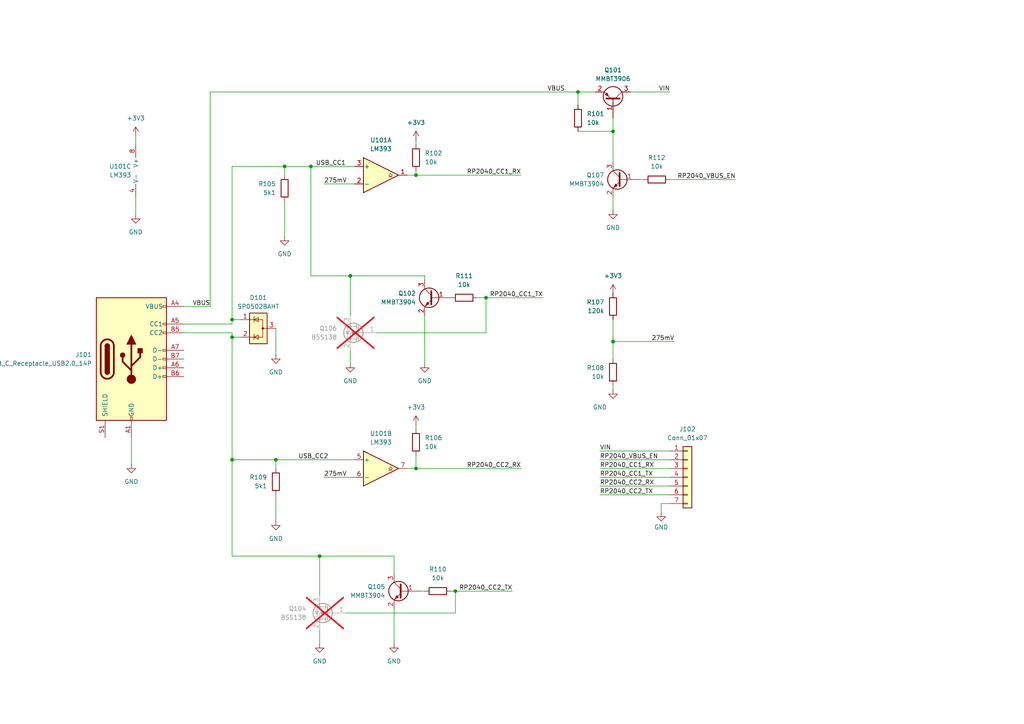
<source format=kicad_sch>
(kicad_sch
	(version 20231120)
	(generator "eeschema")
	(generator_version "8.0")
	(uuid "070f5777-a634-4253-8a9e-f7f17d1f1d77")
	(paper "A4")
	(lib_symbols
		(symbol "Comparator:LM393"
			(pin_names
				(offset 0.127)
			)
			(exclude_from_sim no)
			(in_bom yes)
			(on_board yes)
			(property "Reference" "U"
				(at 3.81 3.81 0)
				(effects
					(font
						(size 1.27 1.27)
					)
				)
			)
			(property "Value" "LM393"
				(at 6.35 -3.81 0)
				(effects
					(font
						(size 1.27 1.27)
					)
				)
			)
			(property "Footprint" ""
				(at 0 0 0)
				(effects
					(font
						(size 1.27 1.27)
					)
					(hide yes)
				)
			)
			(property "Datasheet" "http://www.ti.com/lit/ds/symlink/lm393.pdf"
				(at 0 0 0)
				(effects
					(font
						(size 1.27 1.27)
					)
					(hide yes)
				)
			)
			(property "Description" "Low-Power, Low-Offset Voltage, Dual Comparators, DIP-8/SOIC-8/TO-99-8"
				(at 0 0 0)
				(effects
					(font
						(size 1.27 1.27)
					)
					(hide yes)
				)
			)
			(property "ki_locked" ""
				(at 0 0 0)
				(effects
					(font
						(size 1.27 1.27)
					)
				)
			)
			(property "ki_keywords" "cmp open collector"
				(at 0 0 0)
				(effects
					(font
						(size 1.27 1.27)
					)
					(hide yes)
				)
			)
			(property "ki_fp_filters" "SOIC*3.9x4.9mm*P1.27mm* DIP*W7.62mm* SOP*5.28x5.23mm*P1.27mm* VSSOP*3x3mm*P0.65mm* TSSOP*4.4x3mm*P0.65mm*"
				(at 0 0 0)
				(effects
					(font
						(size 1.27 1.27)
					)
					(hide yes)
				)
			)
			(symbol "LM393_1_1"
				(polyline
					(pts
						(xy -5.08 5.08) (xy 5.08 0) (xy -5.08 -5.08) (xy -5.08 5.08)
					)
					(stroke
						(width 0.254)
						(type default)
					)
					(fill
						(type background)
					)
				)
				(polyline
					(pts
						(xy 3.302 -0.508) (xy 2.794 -0.508) (xy 3.302 0) (xy 2.794 0.508) (xy 2.286 0) (xy 2.794 -0.508)
						(xy 2.286 -0.508)
					)
					(stroke
						(width 0.127)
						(type default)
					)
					(fill
						(type none)
					)
				)
				(pin open_collector line
					(at 7.62 0 180)
					(length 2.54)
					(name "~"
						(effects
							(font
								(size 1.27 1.27)
							)
						)
					)
					(number "1"
						(effects
							(font
								(size 1.27 1.27)
							)
						)
					)
				)
				(pin input line
					(at -7.62 -2.54 0)
					(length 2.54)
					(name "-"
						(effects
							(font
								(size 1.27 1.27)
							)
						)
					)
					(number "2"
						(effects
							(font
								(size 1.27 1.27)
							)
						)
					)
				)
				(pin input line
					(at -7.62 2.54 0)
					(length 2.54)
					(name "+"
						(effects
							(font
								(size 1.27 1.27)
							)
						)
					)
					(number "3"
						(effects
							(font
								(size 1.27 1.27)
							)
						)
					)
				)
			)
			(symbol "LM393_2_1"
				(polyline
					(pts
						(xy -5.08 5.08) (xy 5.08 0) (xy -5.08 -5.08) (xy -5.08 5.08)
					)
					(stroke
						(width 0.254)
						(type default)
					)
					(fill
						(type background)
					)
				)
				(polyline
					(pts
						(xy 3.302 -0.508) (xy 2.794 -0.508) (xy 3.302 0) (xy 2.794 0.508) (xy 2.286 0) (xy 2.794 -0.508)
						(xy 2.286 -0.508)
					)
					(stroke
						(width 0.127)
						(type default)
					)
					(fill
						(type none)
					)
				)
				(pin input line
					(at -7.62 2.54 0)
					(length 2.54)
					(name "+"
						(effects
							(font
								(size 1.27 1.27)
							)
						)
					)
					(number "5"
						(effects
							(font
								(size 1.27 1.27)
							)
						)
					)
				)
				(pin input line
					(at -7.62 -2.54 0)
					(length 2.54)
					(name "-"
						(effects
							(font
								(size 1.27 1.27)
							)
						)
					)
					(number "6"
						(effects
							(font
								(size 1.27 1.27)
							)
						)
					)
				)
				(pin open_collector line
					(at 7.62 0 180)
					(length 2.54)
					(name "~"
						(effects
							(font
								(size 1.27 1.27)
							)
						)
					)
					(number "7"
						(effects
							(font
								(size 1.27 1.27)
							)
						)
					)
				)
			)
			(symbol "LM393_3_1"
				(pin power_in line
					(at -2.54 -7.62 90)
					(length 3.81)
					(name "V-"
						(effects
							(font
								(size 1.27 1.27)
							)
						)
					)
					(number "4"
						(effects
							(font
								(size 1.27 1.27)
							)
						)
					)
				)
				(pin power_in line
					(at -2.54 7.62 270)
					(length 3.81)
					(name "V+"
						(effects
							(font
								(size 1.27 1.27)
							)
						)
					)
					(number "8"
						(effects
							(font
								(size 1.27 1.27)
							)
						)
					)
				)
			)
		)
		(symbol "Connector:USB_C_Receptacle_USB2.0_14P"
			(pin_names
				(offset 1.016)
			)
			(exclude_from_sim no)
			(in_bom yes)
			(on_board yes)
			(property "Reference" "J"
				(at 0 22.225 0)
				(effects
					(font
						(size 1.27 1.27)
					)
				)
			)
			(property "Value" "USB_C_Receptacle_USB2.0_14P"
				(at 0 19.685 0)
				(effects
					(font
						(size 1.27 1.27)
					)
				)
			)
			(property "Footprint" ""
				(at 3.81 0 0)
				(effects
					(font
						(size 1.27 1.27)
					)
					(hide yes)
				)
			)
			(property "Datasheet" "https://www.usb.org/sites/default/files/documents/usb_type-c.zip"
				(at 3.81 0 0)
				(effects
					(font
						(size 1.27 1.27)
					)
					(hide yes)
				)
			)
			(property "Description" "USB 2.0-only 14P Type-C Receptacle connector"
				(at 0 0 0)
				(effects
					(font
						(size 1.27 1.27)
					)
					(hide yes)
				)
			)
			(property "ki_keywords" "usb universal serial bus type-C USB2.0"
				(at 0 0 0)
				(effects
					(font
						(size 1.27 1.27)
					)
					(hide yes)
				)
			)
			(property "ki_fp_filters" "USB*C*Receptacle*"
				(at 0 0 0)
				(effects
					(font
						(size 1.27 1.27)
					)
					(hide yes)
				)
			)
			(symbol "USB_C_Receptacle_USB2.0_14P_0_0"
				(rectangle
					(start -0.254 -17.78)
					(end 0.254 -16.764)
					(stroke
						(width 0)
						(type default)
					)
					(fill
						(type none)
					)
				)
				(rectangle
					(start 10.16 -4.826)
					(end 9.144 -5.334)
					(stroke
						(width 0)
						(type default)
					)
					(fill
						(type none)
					)
				)
				(rectangle
					(start 10.16 -2.286)
					(end 9.144 -2.794)
					(stroke
						(width 0)
						(type default)
					)
					(fill
						(type none)
					)
				)
				(rectangle
					(start 10.16 0.254)
					(end 9.144 -0.254)
					(stroke
						(width 0)
						(type default)
					)
					(fill
						(type none)
					)
				)
				(rectangle
					(start 10.16 2.794)
					(end 9.144 2.286)
					(stroke
						(width 0)
						(type default)
					)
					(fill
						(type none)
					)
				)
				(rectangle
					(start 10.16 7.874)
					(end 9.144 7.366)
					(stroke
						(width 0)
						(type default)
					)
					(fill
						(type none)
					)
				)
				(rectangle
					(start 10.16 10.414)
					(end 9.144 9.906)
					(stroke
						(width 0)
						(type default)
					)
					(fill
						(type none)
					)
				)
				(rectangle
					(start 10.16 15.494)
					(end 9.144 14.986)
					(stroke
						(width 0)
						(type default)
					)
					(fill
						(type none)
					)
				)
			)
			(symbol "USB_C_Receptacle_USB2.0_14P_0_1"
				(rectangle
					(start -10.16 17.78)
					(end 10.16 -17.78)
					(stroke
						(width 0.254)
						(type default)
					)
					(fill
						(type background)
					)
				)
				(arc
					(start -8.89 -3.81)
					(mid -6.985 -5.7067)
					(end -5.08 -3.81)
					(stroke
						(width 0.508)
						(type default)
					)
					(fill
						(type none)
					)
				)
				(arc
					(start -7.62 -3.81)
					(mid -6.985 -4.4423)
					(end -6.35 -3.81)
					(stroke
						(width 0.254)
						(type default)
					)
					(fill
						(type none)
					)
				)
				(arc
					(start -7.62 -3.81)
					(mid -6.985 -4.4423)
					(end -6.35 -3.81)
					(stroke
						(width 0.254)
						(type default)
					)
					(fill
						(type outline)
					)
				)
				(rectangle
					(start -7.62 -3.81)
					(end -6.35 3.81)
					(stroke
						(width 0.254)
						(type default)
					)
					(fill
						(type outline)
					)
				)
				(arc
					(start -6.35 3.81)
					(mid -6.985 4.4423)
					(end -7.62 3.81)
					(stroke
						(width 0.254)
						(type default)
					)
					(fill
						(type none)
					)
				)
				(arc
					(start -6.35 3.81)
					(mid -6.985 4.4423)
					(end -7.62 3.81)
					(stroke
						(width 0.254)
						(type default)
					)
					(fill
						(type outline)
					)
				)
				(arc
					(start -5.08 3.81)
					(mid -6.985 5.7067)
					(end -8.89 3.81)
					(stroke
						(width 0.508)
						(type default)
					)
					(fill
						(type none)
					)
				)
				(circle
					(center -2.54 1.143)
					(radius 0.635)
					(stroke
						(width 0.254)
						(type default)
					)
					(fill
						(type outline)
					)
				)
				(circle
					(center 0 -5.842)
					(radius 1.27)
					(stroke
						(width 0)
						(type default)
					)
					(fill
						(type outline)
					)
				)
				(polyline
					(pts
						(xy -8.89 -3.81) (xy -8.89 3.81)
					)
					(stroke
						(width 0.508)
						(type default)
					)
					(fill
						(type none)
					)
				)
				(polyline
					(pts
						(xy -5.08 3.81) (xy -5.08 -3.81)
					)
					(stroke
						(width 0.508)
						(type default)
					)
					(fill
						(type none)
					)
				)
				(polyline
					(pts
						(xy 0 -5.842) (xy 0 4.318)
					)
					(stroke
						(width 0.508)
						(type default)
					)
					(fill
						(type none)
					)
				)
				(polyline
					(pts
						(xy 0 -3.302) (xy -2.54 -0.762) (xy -2.54 0.508)
					)
					(stroke
						(width 0.508)
						(type default)
					)
					(fill
						(type none)
					)
				)
				(polyline
					(pts
						(xy 0 -2.032) (xy 2.54 0.508) (xy 2.54 1.778)
					)
					(stroke
						(width 0.508)
						(type default)
					)
					(fill
						(type none)
					)
				)
				(polyline
					(pts
						(xy -1.27 4.318) (xy 0 6.858) (xy 1.27 4.318) (xy -1.27 4.318)
					)
					(stroke
						(width 0.254)
						(type default)
					)
					(fill
						(type outline)
					)
				)
				(rectangle
					(start 1.905 1.778)
					(end 3.175 3.048)
					(stroke
						(width 0.254)
						(type default)
					)
					(fill
						(type outline)
					)
				)
			)
			(symbol "USB_C_Receptacle_USB2.0_14P_1_1"
				(pin passive line
					(at 0 -22.86 90)
					(length 5.08)
					(name "GND"
						(effects
							(font
								(size 1.27 1.27)
							)
						)
					)
					(number "A1"
						(effects
							(font
								(size 1.27 1.27)
							)
						)
					)
				)
				(pin passive line
					(at 0 -22.86 90)
					(length 5.08) hide
					(name "GND"
						(effects
							(font
								(size 1.27 1.27)
							)
						)
					)
					(number "A12"
						(effects
							(font
								(size 1.27 1.27)
							)
						)
					)
				)
				(pin passive line
					(at 15.24 15.24 180)
					(length 5.08)
					(name "VBUS"
						(effects
							(font
								(size 1.27 1.27)
							)
						)
					)
					(number "A4"
						(effects
							(font
								(size 1.27 1.27)
							)
						)
					)
				)
				(pin bidirectional line
					(at 15.24 10.16 180)
					(length 5.08)
					(name "CC1"
						(effects
							(font
								(size 1.27 1.27)
							)
						)
					)
					(number "A5"
						(effects
							(font
								(size 1.27 1.27)
							)
						)
					)
				)
				(pin bidirectional line
					(at 15.24 -2.54 180)
					(length 5.08)
					(name "D+"
						(effects
							(font
								(size 1.27 1.27)
							)
						)
					)
					(number "A6"
						(effects
							(font
								(size 1.27 1.27)
							)
						)
					)
				)
				(pin bidirectional line
					(at 15.24 2.54 180)
					(length 5.08)
					(name "D-"
						(effects
							(font
								(size 1.27 1.27)
							)
						)
					)
					(number "A7"
						(effects
							(font
								(size 1.27 1.27)
							)
						)
					)
				)
				(pin passive line
					(at 15.24 15.24 180)
					(length 5.08) hide
					(name "VBUS"
						(effects
							(font
								(size 1.27 1.27)
							)
						)
					)
					(number "A9"
						(effects
							(font
								(size 1.27 1.27)
							)
						)
					)
				)
				(pin passive line
					(at 0 -22.86 90)
					(length 5.08) hide
					(name "GND"
						(effects
							(font
								(size 1.27 1.27)
							)
						)
					)
					(number "B1"
						(effects
							(font
								(size 1.27 1.27)
							)
						)
					)
				)
				(pin passive line
					(at 0 -22.86 90)
					(length 5.08) hide
					(name "GND"
						(effects
							(font
								(size 1.27 1.27)
							)
						)
					)
					(number "B12"
						(effects
							(font
								(size 1.27 1.27)
							)
						)
					)
				)
				(pin passive line
					(at 15.24 15.24 180)
					(length 5.08) hide
					(name "VBUS"
						(effects
							(font
								(size 1.27 1.27)
							)
						)
					)
					(number "B4"
						(effects
							(font
								(size 1.27 1.27)
							)
						)
					)
				)
				(pin bidirectional line
					(at 15.24 7.62 180)
					(length 5.08)
					(name "CC2"
						(effects
							(font
								(size 1.27 1.27)
							)
						)
					)
					(number "B5"
						(effects
							(font
								(size 1.27 1.27)
							)
						)
					)
				)
				(pin bidirectional line
					(at 15.24 -5.08 180)
					(length 5.08)
					(name "D+"
						(effects
							(font
								(size 1.27 1.27)
							)
						)
					)
					(number "B6"
						(effects
							(font
								(size 1.27 1.27)
							)
						)
					)
				)
				(pin bidirectional line
					(at 15.24 0 180)
					(length 5.08)
					(name "D-"
						(effects
							(font
								(size 1.27 1.27)
							)
						)
					)
					(number "B7"
						(effects
							(font
								(size 1.27 1.27)
							)
						)
					)
				)
				(pin passive line
					(at 15.24 15.24 180)
					(length 5.08) hide
					(name "VBUS"
						(effects
							(font
								(size 1.27 1.27)
							)
						)
					)
					(number "B9"
						(effects
							(font
								(size 1.27 1.27)
							)
						)
					)
				)
				(pin passive line
					(at -7.62 -22.86 90)
					(length 5.08)
					(name "SHIELD"
						(effects
							(font
								(size 1.27 1.27)
							)
						)
					)
					(number "S1"
						(effects
							(font
								(size 1.27 1.27)
							)
						)
					)
				)
			)
		)
		(symbol "Connector_Generic:Conn_01x07"
			(pin_names
				(offset 1.016) hide)
			(exclude_from_sim no)
			(in_bom yes)
			(on_board yes)
			(property "Reference" "J"
				(at 0 10.16 0)
				(effects
					(font
						(size 1.27 1.27)
					)
				)
			)
			(property "Value" "Conn_01x07"
				(at 0 -10.16 0)
				(effects
					(font
						(size 1.27 1.27)
					)
				)
			)
			(property "Footprint" ""
				(at 0 0 0)
				(effects
					(font
						(size 1.27 1.27)
					)
					(hide yes)
				)
			)
			(property "Datasheet" "~"
				(at 0 0 0)
				(effects
					(font
						(size 1.27 1.27)
					)
					(hide yes)
				)
			)
			(property "Description" "Generic connector, single row, 01x07, script generated (kicad-library-utils/schlib/autogen/connector/)"
				(at 0 0 0)
				(effects
					(font
						(size 1.27 1.27)
					)
					(hide yes)
				)
			)
			(property "ki_keywords" "connector"
				(at 0 0 0)
				(effects
					(font
						(size 1.27 1.27)
					)
					(hide yes)
				)
			)
			(property "ki_fp_filters" "Connector*:*_1x??_*"
				(at 0 0 0)
				(effects
					(font
						(size 1.27 1.27)
					)
					(hide yes)
				)
			)
			(symbol "Conn_01x07_1_1"
				(rectangle
					(start -1.27 -7.493)
					(end 0 -7.747)
					(stroke
						(width 0.1524)
						(type default)
					)
					(fill
						(type none)
					)
				)
				(rectangle
					(start -1.27 -4.953)
					(end 0 -5.207)
					(stroke
						(width 0.1524)
						(type default)
					)
					(fill
						(type none)
					)
				)
				(rectangle
					(start -1.27 -2.413)
					(end 0 -2.667)
					(stroke
						(width 0.1524)
						(type default)
					)
					(fill
						(type none)
					)
				)
				(rectangle
					(start -1.27 0.127)
					(end 0 -0.127)
					(stroke
						(width 0.1524)
						(type default)
					)
					(fill
						(type none)
					)
				)
				(rectangle
					(start -1.27 2.667)
					(end 0 2.413)
					(stroke
						(width 0.1524)
						(type default)
					)
					(fill
						(type none)
					)
				)
				(rectangle
					(start -1.27 5.207)
					(end 0 4.953)
					(stroke
						(width 0.1524)
						(type default)
					)
					(fill
						(type none)
					)
				)
				(rectangle
					(start -1.27 7.747)
					(end 0 7.493)
					(stroke
						(width 0.1524)
						(type default)
					)
					(fill
						(type none)
					)
				)
				(rectangle
					(start -1.27 8.89)
					(end 1.27 -8.89)
					(stroke
						(width 0.254)
						(type default)
					)
					(fill
						(type background)
					)
				)
				(pin passive line
					(at -5.08 7.62 0)
					(length 3.81)
					(name "Pin_1"
						(effects
							(font
								(size 1.27 1.27)
							)
						)
					)
					(number "1"
						(effects
							(font
								(size 1.27 1.27)
							)
						)
					)
				)
				(pin passive line
					(at -5.08 5.08 0)
					(length 3.81)
					(name "Pin_2"
						(effects
							(font
								(size 1.27 1.27)
							)
						)
					)
					(number "2"
						(effects
							(font
								(size 1.27 1.27)
							)
						)
					)
				)
				(pin passive line
					(at -5.08 2.54 0)
					(length 3.81)
					(name "Pin_3"
						(effects
							(font
								(size 1.27 1.27)
							)
						)
					)
					(number "3"
						(effects
							(font
								(size 1.27 1.27)
							)
						)
					)
				)
				(pin passive line
					(at -5.08 0 0)
					(length 3.81)
					(name "Pin_4"
						(effects
							(font
								(size 1.27 1.27)
							)
						)
					)
					(number "4"
						(effects
							(font
								(size 1.27 1.27)
							)
						)
					)
				)
				(pin passive line
					(at -5.08 -2.54 0)
					(length 3.81)
					(name "Pin_5"
						(effects
							(font
								(size 1.27 1.27)
							)
						)
					)
					(number "5"
						(effects
							(font
								(size 1.27 1.27)
							)
						)
					)
				)
				(pin passive line
					(at -5.08 -5.08 0)
					(length 3.81)
					(name "Pin_6"
						(effects
							(font
								(size 1.27 1.27)
							)
						)
					)
					(number "6"
						(effects
							(font
								(size 1.27 1.27)
							)
						)
					)
				)
				(pin passive line
					(at -5.08 -7.62 0)
					(length 3.81)
					(name "Pin_7"
						(effects
							(font
								(size 1.27 1.27)
							)
						)
					)
					(number "7"
						(effects
							(font
								(size 1.27 1.27)
							)
						)
					)
				)
			)
		)
		(symbol "Device:R"
			(pin_numbers hide)
			(pin_names
				(offset 0)
			)
			(exclude_from_sim no)
			(in_bom yes)
			(on_board yes)
			(property "Reference" "R"
				(at 2.032 0 90)
				(effects
					(font
						(size 1.27 1.27)
					)
				)
			)
			(property "Value" "R"
				(at 0 0 90)
				(effects
					(font
						(size 1.27 1.27)
					)
				)
			)
			(property "Footprint" ""
				(at -1.778 0 90)
				(effects
					(font
						(size 1.27 1.27)
					)
					(hide yes)
				)
			)
			(property "Datasheet" "~"
				(at 0 0 0)
				(effects
					(font
						(size 1.27 1.27)
					)
					(hide yes)
				)
			)
			(property "Description" "Resistor"
				(at 0 0 0)
				(effects
					(font
						(size 1.27 1.27)
					)
					(hide yes)
				)
			)
			(property "ki_keywords" "R res resistor"
				(at 0 0 0)
				(effects
					(font
						(size 1.27 1.27)
					)
					(hide yes)
				)
			)
			(property "ki_fp_filters" "R_*"
				(at 0 0 0)
				(effects
					(font
						(size 1.27 1.27)
					)
					(hide yes)
				)
			)
			(symbol "R_0_1"
				(rectangle
					(start -1.016 -2.54)
					(end 1.016 2.54)
					(stroke
						(width 0.254)
						(type default)
					)
					(fill
						(type none)
					)
				)
			)
			(symbol "R_1_1"
				(pin passive line
					(at 0 3.81 270)
					(length 1.27)
					(name "~"
						(effects
							(font
								(size 1.27 1.27)
							)
						)
					)
					(number "1"
						(effects
							(font
								(size 1.27 1.27)
							)
						)
					)
				)
				(pin passive line
					(at 0 -3.81 90)
					(length 1.27)
					(name "~"
						(effects
							(font
								(size 1.27 1.27)
							)
						)
					)
					(number "2"
						(effects
							(font
								(size 1.27 1.27)
							)
						)
					)
				)
			)
		)
		(symbol "Power_Protection:SP0502BAHT"
			(pin_names hide)
			(exclude_from_sim no)
			(in_bom yes)
			(on_board yes)
			(property "Reference" "D"
				(at 5.715 2.54 0)
				(effects
					(font
						(size 1.27 1.27)
					)
					(justify left)
				)
			)
			(property "Value" "SP0502BAHT"
				(at 5.715 0.635 0)
				(effects
					(font
						(size 1.27 1.27)
					)
					(justify left)
				)
			)
			(property "Footprint" "Package_TO_SOT_SMD:SOT-23"
				(at 5.715 -1.27 0)
				(effects
					(font
						(size 1.27 1.27)
					)
					(justify left)
					(hide yes)
				)
			)
			(property "Datasheet" "http://www.littelfuse.com/~/media/files/littelfuse/technical%20resources/documents/data%20sheets/sp05xxba.pdf"
				(at 3.175 3.175 0)
				(effects
					(font
						(size 1.27 1.27)
					)
					(hide yes)
				)
			)
			(property "Description" "TVS Diode Array, 5.5V Standoff, 2 Channels, SOT-23 package"
				(at 0 0 0)
				(effects
					(font
						(size 1.27 1.27)
					)
					(hide yes)
				)
			)
			(property "ki_keywords" "usb esd protection suppression transient"
				(at 0 0 0)
				(effects
					(font
						(size 1.27 1.27)
					)
					(hide yes)
				)
			)
			(property "ki_fp_filters" "SOT?23*"
				(at 0 0 0)
				(effects
					(font
						(size 1.27 1.27)
					)
					(hide yes)
				)
			)
			(symbol "SP0502BAHT_0_0"
				(pin passive line
					(at 0 -5.08 90)
					(length 2.54)
					(name "A"
						(effects
							(font
								(size 1.27 1.27)
							)
						)
					)
					(number "3"
						(effects
							(font
								(size 1.27 1.27)
							)
						)
					)
				)
			)
			(symbol "SP0502BAHT_0_1"
				(rectangle
					(start -4.445 2.54)
					(end 4.445 -2.54)
					(stroke
						(width 0.254)
						(type default)
					)
					(fill
						(type background)
					)
				)
				(circle
					(center 0 -1.27)
					(radius 0.254)
					(stroke
						(width 0)
						(type default)
					)
					(fill
						(type outline)
					)
				)
				(polyline
					(pts
						(xy -2.54 2.54) (xy -2.54 1.27)
					)
					(stroke
						(width 0)
						(type default)
					)
					(fill
						(type none)
					)
				)
				(polyline
					(pts
						(xy 0 -1.27) (xy 0 -2.54)
					)
					(stroke
						(width 0)
						(type default)
					)
					(fill
						(type none)
					)
				)
				(polyline
					(pts
						(xy 2.54 2.54) (xy 2.54 1.27)
					)
					(stroke
						(width 0)
						(type default)
					)
					(fill
						(type none)
					)
				)
				(polyline
					(pts
						(xy -3.302 1.016) (xy -3.302 1.27) (xy -1.905 1.27) (xy -1.778 1.27)
					)
					(stroke
						(width 0)
						(type default)
					)
					(fill
						(type none)
					)
				)
				(polyline
					(pts
						(xy -2.54 1.27) (xy -2.54 -1.27) (xy 2.54 -1.27) (xy 2.54 1.27)
					)
					(stroke
						(width 0)
						(type default)
					)
					(fill
						(type none)
					)
				)
				(polyline
					(pts
						(xy -2.54 1.27) (xy -1.905 0) (xy -3.175 0) (xy -2.54 1.27)
					)
					(stroke
						(width 0)
						(type default)
					)
					(fill
						(type none)
					)
				)
				(polyline
					(pts
						(xy 1.778 1.016) (xy 1.778 1.27) (xy 3.175 1.27) (xy 3.302 1.27)
					)
					(stroke
						(width 0)
						(type default)
					)
					(fill
						(type none)
					)
				)
				(polyline
					(pts
						(xy 2.54 1.27) (xy 1.905 0) (xy 3.175 0) (xy 2.54 1.27)
					)
					(stroke
						(width 0)
						(type default)
					)
					(fill
						(type none)
					)
				)
			)
			(symbol "SP0502BAHT_1_1"
				(pin passive line
					(at -2.54 5.08 270)
					(length 2.54)
					(name "K"
						(effects
							(font
								(size 1.27 1.27)
							)
						)
					)
					(number "1"
						(effects
							(font
								(size 1.27 1.27)
							)
						)
					)
				)
				(pin passive line
					(at 2.54 5.08 270)
					(length 2.54)
					(name "K"
						(effects
							(font
								(size 1.27 1.27)
							)
						)
					)
					(number "2"
						(effects
							(font
								(size 1.27 1.27)
							)
						)
					)
				)
			)
		)
		(symbol "Transistor_BJT:MMBT3904"
			(pin_names
				(offset 0) hide)
			(exclude_from_sim no)
			(in_bom yes)
			(on_board yes)
			(property "Reference" "Q"
				(at 5.08 1.905 0)
				(effects
					(font
						(size 1.27 1.27)
					)
					(justify left)
				)
			)
			(property "Value" "MMBT3904"
				(at 5.08 0 0)
				(effects
					(font
						(size 1.27 1.27)
					)
					(justify left)
				)
			)
			(property "Footprint" "Package_TO_SOT_SMD:SOT-23"
				(at 5.08 -1.905 0)
				(effects
					(font
						(size 1.27 1.27)
						(italic yes)
					)
					(justify left)
					(hide yes)
				)
			)
			(property "Datasheet" "https://www.onsemi.com/pdf/datasheet/pzt3904-d.pdf"
				(at 0 0 0)
				(effects
					(font
						(size 1.27 1.27)
					)
					(justify left)
					(hide yes)
				)
			)
			(property "Description" "0.2A Ic, 40V Vce, Small Signal NPN Transistor, SOT-23"
				(at 0 0 0)
				(effects
					(font
						(size 1.27 1.27)
					)
					(hide yes)
				)
			)
			(property "ki_keywords" "NPN Transistor"
				(at 0 0 0)
				(effects
					(font
						(size 1.27 1.27)
					)
					(hide yes)
				)
			)
			(property "ki_fp_filters" "SOT?23*"
				(at 0 0 0)
				(effects
					(font
						(size 1.27 1.27)
					)
					(hide yes)
				)
			)
			(symbol "MMBT3904_0_1"
				(polyline
					(pts
						(xy 0.635 0.635) (xy 2.54 2.54)
					)
					(stroke
						(width 0)
						(type default)
					)
					(fill
						(type none)
					)
				)
				(polyline
					(pts
						(xy 0.635 -0.635) (xy 2.54 -2.54) (xy 2.54 -2.54)
					)
					(stroke
						(width 0)
						(type default)
					)
					(fill
						(type none)
					)
				)
				(polyline
					(pts
						(xy 0.635 1.905) (xy 0.635 -1.905) (xy 0.635 -1.905)
					)
					(stroke
						(width 0.508)
						(type default)
					)
					(fill
						(type none)
					)
				)
				(polyline
					(pts
						(xy 1.27 -1.778) (xy 1.778 -1.27) (xy 2.286 -2.286) (xy 1.27 -1.778) (xy 1.27 -1.778)
					)
					(stroke
						(width 0)
						(type default)
					)
					(fill
						(type outline)
					)
				)
				(circle
					(center 1.27 0)
					(radius 2.8194)
					(stroke
						(width 0.254)
						(type default)
					)
					(fill
						(type none)
					)
				)
			)
			(symbol "MMBT3904_1_1"
				(pin input line
					(at -5.08 0 0)
					(length 5.715)
					(name "B"
						(effects
							(font
								(size 1.27 1.27)
							)
						)
					)
					(number "1"
						(effects
							(font
								(size 1.27 1.27)
							)
						)
					)
				)
				(pin passive line
					(at 2.54 -5.08 90)
					(length 2.54)
					(name "E"
						(effects
							(font
								(size 1.27 1.27)
							)
						)
					)
					(number "2"
						(effects
							(font
								(size 1.27 1.27)
							)
						)
					)
				)
				(pin passive line
					(at 2.54 5.08 270)
					(length 2.54)
					(name "C"
						(effects
							(font
								(size 1.27 1.27)
							)
						)
					)
					(number "3"
						(effects
							(font
								(size 1.27 1.27)
							)
						)
					)
				)
			)
		)
		(symbol "Transistor_BJT:MMBT3906"
			(pin_names
				(offset 0) hide)
			(exclude_from_sim no)
			(in_bom yes)
			(on_board yes)
			(property "Reference" "Q"
				(at 5.08 1.905 0)
				(effects
					(font
						(size 1.27 1.27)
					)
					(justify left)
				)
			)
			(property "Value" "MMBT3906"
				(at 5.08 0 0)
				(effects
					(font
						(size 1.27 1.27)
					)
					(justify left)
				)
			)
			(property "Footprint" "Package_TO_SOT_SMD:SOT-23"
				(at 5.08 -1.905 0)
				(effects
					(font
						(size 1.27 1.27)
						(italic yes)
					)
					(justify left)
					(hide yes)
				)
			)
			(property "Datasheet" "https://www.onsemi.com/pdf/datasheet/pzt3906-d.pdf"
				(at 0 0 0)
				(effects
					(font
						(size 1.27 1.27)
					)
					(justify left)
					(hide yes)
				)
			)
			(property "Description" "-0.2A Ic, -40V Vce, Small Signal PNP Transistor, SOT-23"
				(at 0 0 0)
				(effects
					(font
						(size 1.27 1.27)
					)
					(hide yes)
				)
			)
			(property "ki_keywords" "PNP Transistor"
				(at 0 0 0)
				(effects
					(font
						(size 1.27 1.27)
					)
					(hide yes)
				)
			)
			(property "ki_fp_filters" "SOT?23*"
				(at 0 0 0)
				(effects
					(font
						(size 1.27 1.27)
					)
					(hide yes)
				)
			)
			(symbol "MMBT3906_0_1"
				(polyline
					(pts
						(xy 0.635 0.635) (xy 2.54 2.54)
					)
					(stroke
						(width 0)
						(type default)
					)
					(fill
						(type none)
					)
				)
				(polyline
					(pts
						(xy 0.635 -0.635) (xy 2.54 -2.54) (xy 2.54 -2.54)
					)
					(stroke
						(width 0)
						(type default)
					)
					(fill
						(type none)
					)
				)
				(polyline
					(pts
						(xy 0.635 1.905) (xy 0.635 -1.905) (xy 0.635 -1.905)
					)
					(stroke
						(width 0.508)
						(type default)
					)
					(fill
						(type none)
					)
				)
				(polyline
					(pts
						(xy 2.286 -1.778) (xy 1.778 -2.286) (xy 1.27 -1.27) (xy 2.286 -1.778) (xy 2.286 -1.778)
					)
					(stroke
						(width 0)
						(type default)
					)
					(fill
						(type outline)
					)
				)
				(circle
					(center 1.27 0)
					(radius 2.8194)
					(stroke
						(width 0.254)
						(type default)
					)
					(fill
						(type none)
					)
				)
			)
			(symbol "MMBT3906_1_1"
				(pin input line
					(at -5.08 0 0)
					(length 5.715)
					(name "B"
						(effects
							(font
								(size 1.27 1.27)
							)
						)
					)
					(number "1"
						(effects
							(font
								(size 1.27 1.27)
							)
						)
					)
				)
				(pin passive line
					(at 2.54 -5.08 90)
					(length 2.54)
					(name "E"
						(effects
							(font
								(size 1.27 1.27)
							)
						)
					)
					(number "2"
						(effects
							(font
								(size 1.27 1.27)
							)
						)
					)
				)
				(pin passive line
					(at 2.54 5.08 270)
					(length 2.54)
					(name "C"
						(effects
							(font
								(size 1.27 1.27)
							)
						)
					)
					(number "3"
						(effects
							(font
								(size 1.27 1.27)
							)
						)
					)
				)
			)
		)
		(symbol "Transistor_FET:BSS138"
			(pin_names hide)
			(exclude_from_sim no)
			(in_bom yes)
			(on_board yes)
			(property "Reference" "Q"
				(at 5.08 1.905 0)
				(effects
					(font
						(size 1.27 1.27)
					)
					(justify left)
				)
			)
			(property "Value" "BSS138"
				(at 5.08 0 0)
				(effects
					(font
						(size 1.27 1.27)
					)
					(justify left)
				)
			)
			(property "Footprint" "Package_TO_SOT_SMD:SOT-23"
				(at 5.08 -1.905 0)
				(effects
					(font
						(size 1.27 1.27)
						(italic yes)
					)
					(justify left)
					(hide yes)
				)
			)
			(property "Datasheet" "https://www.onsemi.com/pub/Collateral/BSS138-D.PDF"
				(at 5.08 -3.81 0)
				(effects
					(font
						(size 1.27 1.27)
					)
					(justify left)
					(hide yes)
				)
			)
			(property "Description" "50V Vds, 0.22A Id, N-Channel MOSFET, SOT-23"
				(at 0 0 0)
				(effects
					(font
						(size 1.27 1.27)
					)
					(hide yes)
				)
			)
			(property "ki_keywords" "N-Channel MOSFET"
				(at 0 0 0)
				(effects
					(font
						(size 1.27 1.27)
					)
					(hide yes)
				)
			)
			(property "ki_fp_filters" "SOT?23*"
				(at 0 0 0)
				(effects
					(font
						(size 1.27 1.27)
					)
					(hide yes)
				)
			)
			(symbol "BSS138_0_1"
				(polyline
					(pts
						(xy 0.254 0) (xy -2.54 0)
					)
					(stroke
						(width 0)
						(type default)
					)
					(fill
						(type none)
					)
				)
				(polyline
					(pts
						(xy 0.254 1.905) (xy 0.254 -1.905)
					)
					(stroke
						(width 0.254)
						(type default)
					)
					(fill
						(type none)
					)
				)
				(polyline
					(pts
						(xy 0.762 -1.27) (xy 0.762 -2.286)
					)
					(stroke
						(width 0.254)
						(type default)
					)
					(fill
						(type none)
					)
				)
				(polyline
					(pts
						(xy 0.762 0.508) (xy 0.762 -0.508)
					)
					(stroke
						(width 0.254)
						(type default)
					)
					(fill
						(type none)
					)
				)
				(polyline
					(pts
						(xy 0.762 2.286) (xy 0.762 1.27)
					)
					(stroke
						(width 0.254)
						(type default)
					)
					(fill
						(type none)
					)
				)
				(polyline
					(pts
						(xy 2.54 2.54) (xy 2.54 1.778)
					)
					(stroke
						(width 0)
						(type default)
					)
					(fill
						(type none)
					)
				)
				(polyline
					(pts
						(xy 2.54 -2.54) (xy 2.54 0) (xy 0.762 0)
					)
					(stroke
						(width 0)
						(type default)
					)
					(fill
						(type none)
					)
				)
				(polyline
					(pts
						(xy 0.762 -1.778) (xy 3.302 -1.778) (xy 3.302 1.778) (xy 0.762 1.778)
					)
					(stroke
						(width 0)
						(type default)
					)
					(fill
						(type none)
					)
				)
				(polyline
					(pts
						(xy 1.016 0) (xy 2.032 0.381) (xy 2.032 -0.381) (xy 1.016 0)
					)
					(stroke
						(width 0)
						(type default)
					)
					(fill
						(type outline)
					)
				)
				(polyline
					(pts
						(xy 2.794 0.508) (xy 2.921 0.381) (xy 3.683 0.381) (xy 3.81 0.254)
					)
					(stroke
						(width 0)
						(type default)
					)
					(fill
						(type none)
					)
				)
				(polyline
					(pts
						(xy 3.302 0.381) (xy 2.921 -0.254) (xy 3.683 -0.254) (xy 3.302 0.381)
					)
					(stroke
						(width 0)
						(type default)
					)
					(fill
						(type none)
					)
				)
				(circle
					(center 1.651 0)
					(radius 2.794)
					(stroke
						(width 0.254)
						(type default)
					)
					(fill
						(type none)
					)
				)
				(circle
					(center 2.54 -1.778)
					(radius 0.254)
					(stroke
						(width 0)
						(type default)
					)
					(fill
						(type outline)
					)
				)
				(circle
					(center 2.54 1.778)
					(radius 0.254)
					(stroke
						(width 0)
						(type default)
					)
					(fill
						(type outline)
					)
				)
			)
			(symbol "BSS138_1_1"
				(pin input line
					(at -5.08 0 0)
					(length 2.54)
					(name "G"
						(effects
							(font
								(size 1.27 1.27)
							)
						)
					)
					(number "1"
						(effects
							(font
								(size 1.27 1.27)
							)
						)
					)
				)
				(pin passive line
					(at 2.54 -5.08 90)
					(length 2.54)
					(name "S"
						(effects
							(font
								(size 1.27 1.27)
							)
						)
					)
					(number "2"
						(effects
							(font
								(size 1.27 1.27)
							)
						)
					)
				)
				(pin passive line
					(at 2.54 5.08 270)
					(length 2.54)
					(name "D"
						(effects
							(font
								(size 1.27 1.27)
							)
						)
					)
					(number "3"
						(effects
							(font
								(size 1.27 1.27)
							)
						)
					)
				)
			)
		)
		(symbol "power:+3V3"
			(power)
			(pin_numbers hide)
			(pin_names
				(offset 0) hide)
			(exclude_from_sim no)
			(in_bom yes)
			(on_board yes)
			(property "Reference" "#PWR"
				(at 0 -3.81 0)
				(effects
					(font
						(size 1.27 1.27)
					)
					(hide yes)
				)
			)
			(property "Value" "+3V3"
				(at 0 3.556 0)
				(effects
					(font
						(size 1.27 1.27)
					)
				)
			)
			(property "Footprint" ""
				(at 0 0 0)
				(effects
					(font
						(size 1.27 1.27)
					)
					(hide yes)
				)
			)
			(property "Datasheet" ""
				(at 0 0 0)
				(effects
					(font
						(size 1.27 1.27)
					)
					(hide yes)
				)
			)
			(property "Description" "Power symbol creates a global label with name \"+3V3\""
				(at 0 0 0)
				(effects
					(font
						(size 1.27 1.27)
					)
					(hide yes)
				)
			)
			(property "ki_keywords" "global power"
				(at 0 0 0)
				(effects
					(font
						(size 1.27 1.27)
					)
					(hide yes)
				)
			)
			(symbol "+3V3_0_1"
				(polyline
					(pts
						(xy -0.762 1.27) (xy 0 2.54)
					)
					(stroke
						(width 0)
						(type default)
					)
					(fill
						(type none)
					)
				)
				(polyline
					(pts
						(xy 0 0) (xy 0 2.54)
					)
					(stroke
						(width 0)
						(type default)
					)
					(fill
						(type none)
					)
				)
				(polyline
					(pts
						(xy 0 2.54) (xy 0.762 1.27)
					)
					(stroke
						(width 0)
						(type default)
					)
					(fill
						(type none)
					)
				)
			)
			(symbol "+3V3_1_1"
				(pin power_in line
					(at 0 0 90)
					(length 0)
					(name "~"
						(effects
							(font
								(size 1.27 1.27)
							)
						)
					)
					(number "1"
						(effects
							(font
								(size 1.27 1.27)
							)
						)
					)
				)
			)
		)
		(symbol "power:GND"
			(power)
			(pin_numbers hide)
			(pin_names
				(offset 0) hide)
			(exclude_from_sim no)
			(in_bom yes)
			(on_board yes)
			(property "Reference" "#PWR"
				(at 0 -6.35 0)
				(effects
					(font
						(size 1.27 1.27)
					)
					(hide yes)
				)
			)
			(property "Value" "GND"
				(at 0 -3.81 0)
				(effects
					(font
						(size 1.27 1.27)
					)
				)
			)
			(property "Footprint" ""
				(at 0 0 0)
				(effects
					(font
						(size 1.27 1.27)
					)
					(hide yes)
				)
			)
			(property "Datasheet" ""
				(at 0 0 0)
				(effects
					(font
						(size 1.27 1.27)
					)
					(hide yes)
				)
			)
			(property "Description" "Power symbol creates a global label with name \"GND\" , ground"
				(at 0 0 0)
				(effects
					(font
						(size 1.27 1.27)
					)
					(hide yes)
				)
			)
			(property "ki_keywords" "global power"
				(at 0 0 0)
				(effects
					(font
						(size 1.27 1.27)
					)
					(hide yes)
				)
			)
			(symbol "GND_0_1"
				(polyline
					(pts
						(xy 0 0) (xy 0 -1.27) (xy 1.27 -1.27) (xy 0 -2.54) (xy -1.27 -1.27) (xy 0 -1.27)
					)
					(stroke
						(width 0)
						(type default)
					)
					(fill
						(type none)
					)
				)
			)
			(symbol "GND_1_1"
				(pin power_in line
					(at 0 0 270)
					(length 0)
					(name "~"
						(effects
							(font
								(size 1.27 1.27)
							)
						)
					)
					(number "1"
						(effects
							(font
								(size 1.27 1.27)
							)
						)
					)
				)
			)
		)
	)
	(junction
		(at 120.65 50.8)
		(diameter 0)
		(color 0 0 0 0)
		(uuid "0091ef7d-4e3f-4bbc-a2a2-95185501c9d9")
	)
	(junction
		(at 67.31 92.71)
		(diameter 0)
		(color 0 0 0 0)
		(uuid "1bde4cfa-29cd-4c1c-905e-ad1e4939d8b2")
	)
	(junction
		(at 82.55 48.26)
		(diameter 0)
		(color 0 0 0 0)
		(uuid "41cc155c-041f-4e6a-81da-a3162ade5a16")
	)
	(junction
		(at 177.8 99.06)
		(diameter 0)
		(color 0 0 0 0)
		(uuid "42d7bb03-7172-4f2d-a5ae-5294f99ee071")
	)
	(junction
		(at 67.31 97.79)
		(diameter 0)
		(color 0 0 0 0)
		(uuid "5209b548-2424-4083-bbaa-3764b50c79b7")
	)
	(junction
		(at 120.65 135.89)
		(diameter 0)
		(color 0 0 0 0)
		(uuid "57a214dc-7665-414b-9990-be3158beced5")
	)
	(junction
		(at 80.01 133.35)
		(diameter 0)
		(color 0 0 0 0)
		(uuid "67e189b2-2f60-4b9e-be9b-aead98e536a6")
	)
	(junction
		(at 132.08 171.45)
		(diameter 0)
		(color 0 0 0 0)
		(uuid "7147f74d-d739-48d6-a86a-278e629f24fb")
	)
	(junction
		(at 92.71 161.29)
		(diameter 0)
		(color 0 0 0 0)
		(uuid "913a66c5-a55c-4141-8735-4b4a0eea94da")
	)
	(junction
		(at 101.6 80.01)
		(diameter 0)
		(color 0 0 0 0)
		(uuid "dd040d27-c4b6-4e96-b77a-e711be1f4638")
	)
	(junction
		(at 90.17 48.26)
		(diameter 0)
		(color 0 0 0 0)
		(uuid "ded8cd76-956e-4ab5-9f1c-4c273556e62f")
	)
	(junction
		(at 67.31 133.35)
		(diameter 0)
		(color 0 0 0 0)
		(uuid "e46b1715-6e2b-4043-a3e6-4565f163cd68")
	)
	(junction
		(at 177.8 38.1)
		(diameter 0)
		(color 0 0 0 0)
		(uuid "f35c3e1e-1e7c-4ff2-b99f-f1976f40d3a8")
	)
	(junction
		(at 140.97 86.36)
		(diameter 0)
		(color 0 0 0 0)
		(uuid "f491acbb-0860-42c4-b2fc-eecfbf2cf206")
	)
	(junction
		(at 167.64 26.67)
		(diameter 0)
		(color 0 0 0 0)
		(uuid "fa365de3-dd78-432f-bc78-ed31200f9f85")
	)
	(wire
		(pts
			(xy 191.77 146.05) (xy 194.31 146.05)
		)
		(stroke
			(width 0)
			(type default)
		)
		(uuid "07da72cb-504f-4bdc-a1e6-239984e978e0")
	)
	(wire
		(pts
			(xy 120.65 123.19) (xy 120.65 124.46)
		)
		(stroke
			(width 0)
			(type default)
		)
		(uuid "0946c332-1308-4742-ac26-2f8e2f945aa8")
	)
	(wire
		(pts
			(xy 194.31 52.07) (xy 213.36 52.07)
		)
		(stroke
			(width 0)
			(type default)
		)
		(uuid "0af5a097-2a9d-4018-8f3b-1a24f4ebe70a")
	)
	(wire
		(pts
			(xy 67.31 161.29) (xy 67.31 133.35)
		)
		(stroke
			(width 0)
			(type default)
		)
		(uuid "15704224-f1c8-47ce-8c1f-ec1bc5e3fad1")
	)
	(wire
		(pts
			(xy 67.31 97.79) (xy 67.31 133.35)
		)
		(stroke
			(width 0)
			(type default)
		)
		(uuid "185fb98e-3490-466a-b951-64a402a891f2")
	)
	(wire
		(pts
			(xy 38.1 127) (xy 38.1 134.62)
		)
		(stroke
			(width 0)
			(type default)
		)
		(uuid "272b91c7-0530-4720-9235-ba1ed471c755")
	)
	(wire
		(pts
			(xy 39.37 39.37) (xy 39.37 41.91)
		)
		(stroke
			(width 0)
			(type default)
		)
		(uuid "2ae19a1c-b85a-4a1e-a65b-4c4afec30433")
	)
	(wire
		(pts
			(xy 194.31 143.51) (xy 173.99 143.51)
		)
		(stroke
			(width 0)
			(type default)
		)
		(uuid "2e09b1dd-302a-438b-a591-ff662ba1d503")
	)
	(wire
		(pts
			(xy 80.01 143.51) (xy 80.01 151.13)
		)
		(stroke
			(width 0)
			(type default)
		)
		(uuid "2e2fb396-58ce-48ca-8867-8c30a3083b05")
	)
	(wire
		(pts
			(xy 177.8 92.71) (xy 177.8 99.06)
		)
		(stroke
			(width 0)
			(type default)
		)
		(uuid "30ad6eda-a79e-4946-90e0-2dbfdc0d5e62")
	)
	(wire
		(pts
			(xy 53.34 93.98) (xy 67.31 93.98)
		)
		(stroke
			(width 0)
			(type default)
		)
		(uuid "38c19189-bd98-49d2-bf8d-be72786e2846")
	)
	(wire
		(pts
			(xy 118.11 50.8) (xy 120.65 50.8)
		)
		(stroke
			(width 0)
			(type default)
		)
		(uuid "3b074678-0707-44e1-8004-40e913096ec8")
	)
	(wire
		(pts
			(xy 82.55 48.26) (xy 67.31 48.26)
		)
		(stroke
			(width 0)
			(type default)
		)
		(uuid "45dc0abf-dec4-4114-b5de-65f76a939bce")
	)
	(wire
		(pts
			(xy 138.43 86.36) (xy 140.97 86.36)
		)
		(stroke
			(width 0)
			(type default)
		)
		(uuid "4a490380-ab04-40d8-af9c-3f2261cb102f")
	)
	(wire
		(pts
			(xy 177.8 113.03) (xy 177.8 111.76)
		)
		(stroke
			(width 0)
			(type default)
		)
		(uuid "513558e7-09c5-41e7-94c4-882237e53822")
	)
	(wire
		(pts
			(xy 177.8 60.96) (xy 177.8 57.15)
		)
		(stroke
			(width 0)
			(type default)
		)
		(uuid "53ed81ba-8fa8-4013-84af-35dd8ff0d00c")
	)
	(wire
		(pts
			(xy 80.01 95.25) (xy 80.01 102.87)
		)
		(stroke
			(width 0)
			(type default)
		)
		(uuid "57a195c7-60ec-47b8-bb74-19c1fab0a2f1")
	)
	(wire
		(pts
			(xy 148.59 171.45) (xy 132.08 171.45)
		)
		(stroke
			(width 0)
			(type default)
		)
		(uuid "5c79b24b-aff3-4051-bce4-36cf0c84feee")
	)
	(wire
		(pts
			(xy 177.8 34.29) (xy 177.8 38.1)
		)
		(stroke
			(width 0)
			(type default)
		)
		(uuid "5cb8500e-f701-4ce0-ab85-5a16b2690e06")
	)
	(wire
		(pts
			(xy 101.6 80.01) (xy 101.6 91.44)
		)
		(stroke
			(width 0)
			(type default)
		)
		(uuid "6218a9b4-562f-4cee-8a1a-82b0942f3cc9")
	)
	(wire
		(pts
			(xy 90.17 48.26) (xy 102.87 48.26)
		)
		(stroke
			(width 0)
			(type default)
		)
		(uuid "6357d7c1-a966-4717-a687-a2b507dbf59a")
	)
	(wire
		(pts
			(xy 132.08 171.45) (xy 130.81 171.45)
		)
		(stroke
			(width 0)
			(type default)
		)
		(uuid "66acbf3b-bdf7-493b-a394-7516075dba47")
	)
	(wire
		(pts
			(xy 60.96 88.9) (xy 53.34 88.9)
		)
		(stroke
			(width 0)
			(type default)
		)
		(uuid "67840978-4543-43d1-bda9-966531eede62")
	)
	(wire
		(pts
			(xy 167.64 30.48) (xy 167.64 26.67)
		)
		(stroke
			(width 0)
			(type default)
		)
		(uuid "6cb6fe74-62c8-4cfa-a148-9542d1ba3358")
	)
	(wire
		(pts
			(xy 177.8 99.06) (xy 177.8 104.14)
		)
		(stroke
			(width 0)
			(type default)
		)
		(uuid "6d8d7f16-dcb7-4112-a7d3-0b34bf58a2e9")
	)
	(wire
		(pts
			(xy 123.19 171.45) (xy 121.92 171.45)
		)
		(stroke
			(width 0)
			(type default)
		)
		(uuid "6eae38a0-5883-4345-b9e4-e3bfcba4b312")
	)
	(wire
		(pts
			(xy 167.64 26.67) (xy 172.72 26.67)
		)
		(stroke
			(width 0)
			(type default)
		)
		(uuid "7380c21e-fafa-4156-b46a-fde45628964f")
	)
	(wire
		(pts
			(xy 120.65 50.8) (xy 120.65 49.53)
		)
		(stroke
			(width 0)
			(type default)
		)
		(uuid "7412eb94-016e-4390-b3b8-fd9ef1eb0d94")
	)
	(wire
		(pts
			(xy 67.31 96.52) (xy 67.31 97.79)
		)
		(stroke
			(width 0)
			(type default)
		)
		(uuid "7698e353-2f4b-4e02-b91a-48feec7d5f48")
	)
	(wire
		(pts
			(xy 177.8 38.1) (xy 177.8 46.99)
		)
		(stroke
			(width 0)
			(type default)
		)
		(uuid "809c3e6a-28f0-4bee-a879-d23d5eb86112")
	)
	(wire
		(pts
			(xy 191.77 148.59) (xy 191.77 146.05)
		)
		(stroke
			(width 0)
			(type default)
		)
		(uuid "84a954c9-6408-4459-8515-48281a811060")
	)
	(wire
		(pts
			(xy 123.19 80.01) (xy 101.6 80.01)
		)
		(stroke
			(width 0)
			(type default)
		)
		(uuid "87ba2e5b-486d-4c91-b8ea-8aabc2ba7975")
	)
	(wire
		(pts
			(xy 151.13 135.89) (xy 120.65 135.89)
		)
		(stroke
			(width 0)
			(type default)
		)
		(uuid "8aa0eb53-66c3-40fc-afda-1df202907d2a")
	)
	(wire
		(pts
			(xy 60.96 26.67) (xy 167.64 26.67)
		)
		(stroke
			(width 0)
			(type default)
		)
		(uuid "8bfe0442-d686-4da6-8c9f-1a4970f1bc11")
	)
	(wire
		(pts
			(xy 80.01 133.35) (xy 67.31 133.35)
		)
		(stroke
			(width 0)
			(type default)
		)
		(uuid "8c8ee31e-6646-4c8f-aa1c-7387db547185")
	)
	(wire
		(pts
			(xy 140.97 86.36) (xy 157.48 86.36)
		)
		(stroke
			(width 0)
			(type default)
		)
		(uuid "8f91ea8b-0ea2-4fa6-bf53-7277f0175cd2")
	)
	(wire
		(pts
			(xy 109.22 96.52) (xy 140.97 96.52)
		)
		(stroke
			(width 0)
			(type default)
		)
		(uuid "945ecc1e-af11-4620-bc2f-0916df4f6a37")
	)
	(wire
		(pts
			(xy 118.11 135.89) (xy 120.65 135.89)
		)
		(stroke
			(width 0)
			(type default)
		)
		(uuid "964411e4-33d0-4b59-b26d-9a1086dcb8f5")
	)
	(wire
		(pts
			(xy 67.31 93.98) (xy 67.31 92.71)
		)
		(stroke
			(width 0)
			(type default)
		)
		(uuid "9bc8187d-5aed-4eb7-a692-d04ab525ebab")
	)
	(wire
		(pts
			(xy 114.3 161.29) (xy 92.71 161.29)
		)
		(stroke
			(width 0)
			(type default)
		)
		(uuid "9dbae81d-54f8-4db6-a7de-9d0d1beb359e")
	)
	(wire
		(pts
			(xy 90.17 48.26) (xy 82.55 48.26)
		)
		(stroke
			(width 0)
			(type default)
		)
		(uuid "a28d1571-b5fc-4fd6-a64a-9246bf642260")
	)
	(wire
		(pts
			(xy 69.85 92.71) (xy 67.31 92.71)
		)
		(stroke
			(width 0)
			(type default)
		)
		(uuid "a808ec6d-4ac6-43f7-9423-520b19f43a0b")
	)
	(wire
		(pts
			(xy 92.71 186.69) (xy 92.71 182.88)
		)
		(stroke
			(width 0)
			(type default)
		)
		(uuid "aa5da13a-0682-4e36-94f5-8a56f48f0c8d")
	)
	(wire
		(pts
			(xy 114.3 166.37) (xy 114.3 161.29)
		)
		(stroke
			(width 0)
			(type default)
		)
		(uuid "ab75a89b-9829-45c8-adb1-70729c1cf603")
	)
	(wire
		(pts
			(xy 80.01 133.35) (xy 102.87 133.35)
		)
		(stroke
			(width 0)
			(type default)
		)
		(uuid "aeb22c20-8787-498e-a918-17c2fed45a58")
	)
	(wire
		(pts
			(xy 194.31 130.81) (xy 173.99 130.81)
		)
		(stroke
			(width 0)
			(type default)
		)
		(uuid "aec56726-c90f-4f82-8b03-0159a71a097d")
	)
	(wire
		(pts
			(xy 140.97 86.36) (xy 140.97 96.52)
		)
		(stroke
			(width 0)
			(type default)
		)
		(uuid "b3874355-e82f-4d86-826c-393638498d60")
	)
	(wire
		(pts
			(xy 173.99 140.97) (xy 194.31 140.97)
		)
		(stroke
			(width 0)
			(type default)
		)
		(uuid "b5597a9e-8f8d-491d-84d1-a4195cc96197")
	)
	(wire
		(pts
			(xy 151.13 50.8) (xy 120.65 50.8)
		)
		(stroke
			(width 0)
			(type default)
		)
		(uuid "b9fac3b6-85c5-481b-9153-c51c749e8fc0")
	)
	(wire
		(pts
			(xy 67.31 92.71) (xy 67.31 48.26)
		)
		(stroke
			(width 0)
			(type default)
		)
		(uuid "bc532e97-59cb-432c-b19d-287c5dcdc51d")
	)
	(wire
		(pts
			(xy 132.08 171.45) (xy 132.08 177.8)
		)
		(stroke
			(width 0)
			(type default)
		)
		(uuid "c13e44fe-70db-4688-9d14-929a0fa34715")
	)
	(wire
		(pts
			(xy 67.31 97.79) (xy 69.85 97.79)
		)
		(stroke
			(width 0)
			(type default)
		)
		(uuid "c4a7e51e-6340-47aa-9b13-641361f04076")
	)
	(wire
		(pts
			(xy 101.6 105.41) (xy 101.6 101.6)
		)
		(stroke
			(width 0)
			(type default)
		)
		(uuid "cbfda4c3-10fe-4bad-b8c3-fb55fd9ea8a4")
	)
	(wire
		(pts
			(xy 90.17 48.26) (xy 90.17 80.01)
		)
		(stroke
			(width 0)
			(type default)
		)
		(uuid "cdc7df61-ea0e-42bb-b71a-76825a14fa54")
	)
	(wire
		(pts
			(xy 93.98 138.43) (xy 102.87 138.43)
		)
		(stroke
			(width 0)
			(type default)
		)
		(uuid "ce373f9b-8cf8-43fe-9bb9-ba9c9070fcc7")
	)
	(wire
		(pts
			(xy 194.31 133.35) (xy 173.99 133.35)
		)
		(stroke
			(width 0)
			(type default)
		)
		(uuid "d0352d94-ecb6-43b3-87e7-2505c8239456")
	)
	(wire
		(pts
			(xy 120.65 40.64) (xy 120.65 41.91)
		)
		(stroke
			(width 0)
			(type default)
		)
		(uuid "d28b3a71-bcae-46d6-b7c0-d8886f6a7bca")
	)
	(wire
		(pts
			(xy 167.64 38.1) (xy 177.8 38.1)
		)
		(stroke
			(width 0)
			(type default)
		)
		(uuid "d6d3ff88-2497-4106-b024-3c5f6058f214")
	)
	(wire
		(pts
			(xy 92.71 161.29) (xy 92.71 172.72)
		)
		(stroke
			(width 0)
			(type default)
		)
		(uuid "d75d1cb7-13a5-4b29-8739-ffc01624d236")
	)
	(wire
		(pts
			(xy 177.8 99.06) (xy 195.58 99.06)
		)
		(stroke
			(width 0)
			(type default)
		)
		(uuid "d820625e-bd46-45b0-bcd8-68891a7ef5d9")
	)
	(wire
		(pts
			(xy 39.37 57.15) (xy 39.37 62.23)
		)
		(stroke
			(width 0)
			(type default)
		)
		(uuid "dbc9a095-e41e-4b7a-908c-bd8294f24bf7")
	)
	(wire
		(pts
			(xy 82.55 50.8) (xy 82.55 48.26)
		)
		(stroke
			(width 0)
			(type default)
		)
		(uuid "dfe6a9ac-8741-4c09-9c6b-23287c22c981")
	)
	(wire
		(pts
			(xy 182.88 26.67) (xy 194.31 26.67)
		)
		(stroke
			(width 0)
			(type default)
		)
		(uuid "e0cf542f-f718-492a-8c15-b20737f883b4")
	)
	(wire
		(pts
			(xy 120.65 135.89) (xy 120.65 132.08)
		)
		(stroke
			(width 0)
			(type default)
		)
		(uuid "e6ebd749-8901-432e-8d8f-5556fa7a2281")
	)
	(wire
		(pts
			(xy 92.71 161.29) (xy 67.31 161.29)
		)
		(stroke
			(width 0)
			(type default)
		)
		(uuid "e72f6be6-e640-40d6-bef1-faa39d9d1267")
	)
	(wire
		(pts
			(xy 102.87 53.34) (xy 93.98 53.34)
		)
		(stroke
			(width 0)
			(type default)
		)
		(uuid "e7d847ab-39c7-4a4e-85c6-faf11df52fa3")
	)
	(wire
		(pts
			(xy 60.96 88.9) (xy 60.96 26.67)
		)
		(stroke
			(width 0)
			(type default)
		)
		(uuid "e901e365-a4c3-478f-9a7f-d74daff61db0")
	)
	(wire
		(pts
			(xy 67.31 96.52) (xy 53.34 96.52)
		)
		(stroke
			(width 0)
			(type default)
		)
		(uuid "ea50b969-3474-4e2f-9511-dba41d2fb19b")
	)
	(wire
		(pts
			(xy 123.19 91.44) (xy 123.19 105.41)
		)
		(stroke
			(width 0)
			(type default)
		)
		(uuid "ec43a858-5d5a-41ad-8ea9-e5e3c1d607e6")
	)
	(wire
		(pts
			(xy 101.6 80.01) (xy 90.17 80.01)
		)
		(stroke
			(width 0)
			(type default)
		)
		(uuid "ec68683c-bd2f-4e0d-8913-3365bdde4035")
	)
	(wire
		(pts
			(xy 100.33 177.8) (xy 132.08 177.8)
		)
		(stroke
			(width 0)
			(type default)
		)
		(uuid "eda7df7a-2b3d-42c2-b11c-259ade051dff")
	)
	(wire
		(pts
			(xy 173.99 135.89) (xy 194.31 135.89)
		)
		(stroke
			(width 0)
			(type default)
		)
		(uuid "f48516f5-5f84-470a-9027-319e92984078")
	)
	(wire
		(pts
			(xy 114.3 176.53) (xy 114.3 186.69)
		)
		(stroke
			(width 0)
			(type default)
		)
		(uuid "f648f331-6e83-4711-89f2-90d6390d5957")
	)
	(wire
		(pts
			(xy 80.01 135.89) (xy 80.01 133.35)
		)
		(stroke
			(width 0)
			(type default)
		)
		(uuid "f904a787-41c0-4af1-8050-f31269c5231a")
	)
	(wire
		(pts
			(xy 194.31 138.43) (xy 173.99 138.43)
		)
		(stroke
			(width 0)
			(type default)
		)
		(uuid "f95839d1-1562-43eb-8b08-0dffe161cb97")
	)
	(wire
		(pts
			(xy 123.19 81.28) (xy 123.19 80.01)
		)
		(stroke
			(width 0)
			(type default)
		)
		(uuid "fd547347-ad6d-410d-a0a5-7fa2570a6b31")
	)
	(wire
		(pts
			(xy 186.69 52.07) (xy 185.42 52.07)
		)
		(stroke
			(width 0)
			(type default)
		)
		(uuid "fd74b3be-ba85-45ef-8097-1e0dae70b3f6")
	)
	(wire
		(pts
			(xy 82.55 58.42) (xy 82.55 68.58)
		)
		(stroke
			(width 0)
			(type default)
		)
		(uuid "fe16a041-f3ca-4c07-8e30-2cd9ea37c56d")
	)
	(label "VIN"
		(at 173.99 130.81 0)
		(fields_autoplaced yes)
		(effects
			(font
				(size 1.27 1.27)
			)
			(justify left bottom)
		)
		(uuid "1543044d-80ac-416c-9615-6bf25b345601")
	)
	(label "275mV"
		(at 93.98 53.34 0)
		(fields_autoplaced yes)
		(effects
			(font
				(size 1.27 1.27)
			)
			(justify left bottom)
		)
		(uuid "1acadf2a-fa7d-4549-b9c2-c0d116e5856a")
	)
	(label "RP2040_VBUS_EN"
		(at 173.99 133.35 0)
		(fields_autoplaced yes)
		(effects
			(font
				(size 1.27 1.27)
			)
			(justify left bottom)
		)
		(uuid "33d7a414-9795-44c8-88bf-3801c423db3f")
	)
	(label "RP2040_CC2_TX"
		(at 148.59 171.45 180)
		(fields_autoplaced yes)
		(effects
			(font
				(size 1.27 1.27)
			)
			(justify right bottom)
		)
		(uuid "4907d95f-a5f3-4dd8-a92a-101096f5990d")
	)
	(label "RP2040_CC2_RX"
		(at 151.13 135.89 180)
		(fields_autoplaced yes)
		(effects
			(font
				(size 1.27 1.27)
			)
			(justify right bottom)
		)
		(uuid "4fe3b74f-2ba1-4267-ba85-839868fd2fec")
	)
	(label "RP2040_CC2_TX"
		(at 173.99 143.51 0)
		(fields_autoplaced yes)
		(effects
			(font
				(size 1.27 1.27)
			)
			(justify left bottom)
		)
		(uuid "529bb020-5cea-40ac-a108-6e357f116cc0")
	)
	(label "RP2040_CC1_TX"
		(at 173.99 138.43 0)
		(fields_autoplaced yes)
		(effects
			(font
				(size 1.27 1.27)
			)
			(justify left bottom)
		)
		(uuid "52cf4476-2210-43fb-b46c-b24fae0affca")
	)
	(label "RP2040_CC2_RX"
		(at 173.99 140.97 0)
		(fields_autoplaced yes)
		(effects
			(font
				(size 1.27 1.27)
			)
			(justify left bottom)
		)
		(uuid "58a7c37e-0a48-4035-b589-e31aea070d6c")
	)
	(label "USB_CC2"
		(at 95.25 133.35 180)
		(fields_autoplaced yes)
		(effects
			(font
				(size 1.27 1.27)
			)
			(justify right bottom)
		)
		(uuid "6b6deb9d-2b8d-4f9e-b1bf-20af4470c33c")
	)
	(label "VIN"
		(at 194.31 26.67 180)
		(fields_autoplaced yes)
		(effects
			(font
				(size 1.27 1.27)
			)
			(justify right bottom)
		)
		(uuid "8db35bf1-cfa9-4295-9e70-0ca39fb07c43")
	)
	(label "RP2040_VBUS_EN"
		(at 213.36 52.07 180)
		(fields_autoplaced yes)
		(effects
			(font
				(size 1.27 1.27)
			)
			(justify right bottom)
		)
		(uuid "8e4033b5-07ff-4852-8952-def523f16fe8")
	)
	(label "RP2040_CC1_RX"
		(at 151.13 50.8 180)
		(fields_autoplaced yes)
		(effects
			(font
				(size 1.27 1.27)
			)
			(justify right bottom)
		)
		(uuid "9ca662ed-5758-4b9a-9a21-3c77187d6e7e")
	)
	(label "275mV"
		(at 195.58 99.06 180)
		(fields_autoplaced yes)
		(effects
			(font
				(size 1.27 1.27)
			)
			(justify right bottom)
		)
		(uuid "c1981043-e436-41cd-b377-71f8fc028f39")
	)
	(label "VBUS"
		(at 158.75 26.67 0)
		(fields_autoplaced yes)
		(effects
			(font
				(size 1.27 1.27)
			)
			(justify left bottom)
		)
		(uuid "d47de2d1-8023-4982-bd98-8bf9fb91671a")
	)
	(label "VBUS"
		(at 60.96 88.9 180)
		(fields_autoplaced yes)
		(effects
			(font
				(size 1.27 1.27)
			)
			(justify right bottom)
		)
		(uuid "d8c08a70-167f-41de-80fc-4aaaf54093cb")
	)
	(label "USB_CC1"
		(at 100.33 48.26 180)
		(fields_autoplaced yes)
		(effects
			(font
				(size 1.27 1.27)
			)
			(justify right bottom)
		)
		(uuid "dd2e9cf9-31bc-4634-8dcd-8aa6a1b00d25")
	)
	(label "RP2040_CC1_TX"
		(at 157.48 86.36 180)
		(fields_autoplaced yes)
		(effects
			(font
				(size 1.27 1.27)
			)
			(justify right bottom)
		)
		(uuid "dff8c770-f685-4cb7-889b-ac1bfa00365c")
	)
	(label "275mV"
		(at 93.98 138.43 0)
		(fields_autoplaced yes)
		(effects
			(font
				(size 1.27 1.27)
			)
			(justify left bottom)
		)
		(uuid "e8b29867-3eef-45a9-bb3f-7e4d75eb38fe")
	)
	(label "RP2040_CC1_RX"
		(at 173.99 135.89 0)
		(fields_autoplaced yes)
		(effects
			(font
				(size 1.27 1.27)
			)
			(justify left bottom)
		)
		(uuid "fb3a3ad7-9eee-444d-ac88-cc796f1f8a08")
	)
	(symbol
		(lib_id "power:GND")
		(at 123.19 105.41 0)
		(mirror y)
		(unit 1)
		(exclude_from_sim no)
		(in_bom yes)
		(on_board yes)
		(dnp no)
		(fields_autoplaced yes)
		(uuid "0144efc5-4b4e-464a-91ae-3134aeb66b3a")
		(property "Reference" "#PWR0106"
			(at 123.19 111.76 0)
			(effects
				(font
					(size 1.27 1.27)
				)
				(hide yes)
			)
		)
		(property "Value" "GND"
			(at 123.19 110.49 0)
			(effects
				(font
					(size 1.27 1.27)
				)
			)
		)
		(property "Footprint" ""
			(at 123.19 105.41 0)
			(effects
				(font
					(size 1.27 1.27)
				)
				(hide yes)
			)
		)
		(property "Datasheet" ""
			(at 123.19 105.41 0)
			(effects
				(font
					(size 1.27 1.27)
				)
				(hide yes)
			)
		)
		(property "Description" "Power symbol creates a global label with name \"GND\" , ground"
			(at 123.19 105.41 0)
			(effects
				(font
					(size 1.27 1.27)
				)
				(hide yes)
			)
		)
		(pin "1"
			(uuid "18c4b88e-1d83-42fb-ac5c-9550682ca6af")
		)
		(instances
			(project "rp2040-usb-pd"
				(path "/070f5777-a634-4253-8a9e-f7f17d1f1d77"
					(reference "#PWR0106")
					(unit 1)
				)
			)
		)
	)
	(symbol
		(lib_id "Device:R")
		(at 190.5 52.07 90)
		(unit 1)
		(exclude_from_sim no)
		(in_bom yes)
		(on_board yes)
		(dnp no)
		(fields_autoplaced yes)
		(uuid "0463bdd8-8a1a-42d4-afe6-1ee2a300d03c")
		(property "Reference" "R112"
			(at 190.5 45.72 90)
			(effects
				(font
					(size 1.27 1.27)
				)
			)
		)
		(property "Value" "10k"
			(at 190.5 48.26 90)
			(effects
				(font
					(size 1.27 1.27)
				)
			)
		)
		(property "Footprint" "Resistor_SMD:R_0603_1608Metric_Pad0.98x0.95mm_HandSolder"
			(at 190.5 53.848 90)
			(effects
				(font
					(size 1.27 1.27)
				)
				(hide yes)
			)
		)
		(property "Datasheet" "~"
			(at 190.5 52.07 0)
			(effects
				(font
					(size 1.27 1.27)
				)
				(hide yes)
			)
		)
		(property "Description" "Resistor"
			(at 190.5 52.07 0)
			(effects
				(font
					(size 1.27 1.27)
				)
				(hide yes)
			)
		)
		(pin "2"
			(uuid "eaa5d9d6-4fa4-4ab9-b7e0-a4900b039f65")
		)
		(pin "1"
			(uuid "3e9c13b6-1e3f-47f9-9d10-e0bf01f409dc")
		)
		(instances
			(project "rp2040-usb-pd"
				(path "/070f5777-a634-4253-8a9e-f7f17d1f1d77"
					(reference "R112")
					(unit 1)
				)
			)
		)
	)
	(symbol
		(lib_id "Comparator:LM393")
		(at 36.83 49.53 0)
		(mirror y)
		(unit 3)
		(exclude_from_sim no)
		(in_bom yes)
		(on_board yes)
		(dnp no)
		(fields_autoplaced yes)
		(uuid "0c6982bf-50f9-4e2f-92ce-c0aa2a519d3e")
		(property "Reference" "U101"
			(at 38.1 48.2599 0)
			(effects
				(font
					(size 1.27 1.27)
				)
				(justify left)
			)
		)
		(property "Value" "LM393"
			(at 38.1 50.7999 0)
			(effects
				(font
					(size 1.27 1.27)
				)
				(justify left)
			)
		)
		(property "Footprint" "Package_SO:SOIC-8_3.9x4.9mm_P1.27mm"
			(at 36.83 49.53 0)
			(effects
				(font
					(size 1.27 1.27)
				)
				(hide yes)
			)
		)
		(property "Datasheet" "http://www.ti.com/lit/ds/symlink/lm393.pdf"
			(at 36.83 49.53 0)
			(effects
				(font
					(size 1.27 1.27)
				)
				(hide yes)
			)
		)
		(property "Description" "Low-Power, Low-Offset Voltage, Dual Comparators, DIP-8/SOIC-8/TO-99-8"
			(at 36.83 49.53 0)
			(effects
				(font
					(size 1.27 1.27)
				)
				(hide yes)
			)
		)
		(pin "4"
			(uuid "236db8ce-a9eb-4820-b85a-7760a004d322")
		)
		(pin "2"
			(uuid "82dbf3c8-b020-438b-ab50-3c7bd1ebf710")
		)
		(pin "3"
			(uuid "6021b7c1-2130-4929-baf1-42730877b3aa")
		)
		(pin "5"
			(uuid "ede99107-65f3-4f1a-b4da-5f489a6f97e6")
		)
		(pin "1"
			(uuid "6326658a-9c0a-4026-96c9-7d6f9217a909")
		)
		(pin "8"
			(uuid "59322cd8-b59d-4c0a-8f86-64b3662aa079")
		)
		(pin "6"
			(uuid "e4524470-d927-4da3-b934-9dab07775b51")
		)
		(pin "7"
			(uuid "c1b983c9-3da4-4a71-97f3-375ec3c3e850")
		)
		(instances
			(project ""
				(path "/070f5777-a634-4253-8a9e-f7f17d1f1d77"
					(reference "U101")
					(unit 3)
				)
			)
		)
	)
	(symbol
		(lib_id "power:GND")
		(at 38.1 134.62 0)
		(mirror y)
		(unit 1)
		(exclude_from_sim no)
		(in_bom yes)
		(on_board yes)
		(dnp no)
		(fields_autoplaced yes)
		(uuid "0e2f4374-b281-4bd2-a557-c2072d15d2d9")
		(property "Reference" "#PWR0103"
			(at 38.1 140.97 0)
			(effects
				(font
					(size 1.27 1.27)
				)
				(hide yes)
			)
		)
		(property "Value" "GND"
			(at 38.1 139.7 0)
			(effects
				(font
					(size 1.27 1.27)
				)
			)
		)
		(property "Footprint" ""
			(at 38.1 134.62 0)
			(effects
				(font
					(size 1.27 1.27)
				)
				(hide yes)
			)
		)
		(property "Datasheet" ""
			(at 38.1 134.62 0)
			(effects
				(font
					(size 1.27 1.27)
				)
				(hide yes)
			)
		)
		(property "Description" "Power symbol creates a global label with name \"GND\" , ground"
			(at 38.1 134.62 0)
			(effects
				(font
					(size 1.27 1.27)
				)
				(hide yes)
			)
		)
		(pin "1"
			(uuid "805dd8a0-e149-452f-bb46-fe01ec086494")
		)
		(instances
			(project "rp2040-usb-pd"
				(path "/070f5777-a634-4253-8a9e-f7f17d1f1d77"
					(reference "#PWR0103")
					(unit 1)
				)
			)
		)
	)
	(symbol
		(lib_id "power:GND")
		(at 101.6 105.41 0)
		(mirror y)
		(unit 1)
		(exclude_from_sim no)
		(in_bom yes)
		(on_board yes)
		(dnp no)
		(fields_autoplaced yes)
		(uuid "168c08bc-dcd6-4e78-8b61-e6c166f3ad45")
		(property "Reference" "#PWR0116"
			(at 101.6 111.76 0)
			(effects
				(font
					(size 1.27 1.27)
				)
				(hide yes)
			)
		)
		(property "Value" "GND"
			(at 101.6 110.49 0)
			(effects
				(font
					(size 1.27 1.27)
				)
			)
		)
		(property "Footprint" ""
			(at 101.6 105.41 0)
			(effects
				(font
					(size 1.27 1.27)
				)
				(hide yes)
			)
		)
		(property "Datasheet" ""
			(at 101.6 105.41 0)
			(effects
				(font
					(size 1.27 1.27)
				)
				(hide yes)
			)
		)
		(property "Description" "Power symbol creates a global label with name \"GND\" , ground"
			(at 101.6 105.41 0)
			(effects
				(font
					(size 1.27 1.27)
				)
				(hide yes)
			)
		)
		(pin "1"
			(uuid "4b3f3f9f-3a88-47a9-b010-5ee4c7539414")
		)
		(instances
			(project "rp2040-usb-pd"
				(path "/070f5777-a634-4253-8a9e-f7f17d1f1d77"
					(reference "#PWR0116")
					(unit 1)
				)
			)
		)
	)
	(symbol
		(lib_id "Device:R")
		(at 177.8 107.95 0)
		(mirror y)
		(unit 1)
		(exclude_from_sim no)
		(in_bom yes)
		(on_board yes)
		(dnp no)
		(fields_autoplaced yes)
		(uuid "19ebd7d7-51a7-4f1c-847f-4e80b4524885")
		(property "Reference" "R108"
			(at 175.26 106.6799 0)
			(effects
				(font
					(size 1.27 1.27)
				)
				(justify left)
			)
		)
		(property "Value" "10k"
			(at 175.26 109.2199 0)
			(effects
				(font
					(size 1.27 1.27)
				)
				(justify left)
			)
		)
		(property "Footprint" "Resistor_SMD:R_0603_1608Metric_Pad0.98x0.95mm_HandSolder"
			(at 179.578 107.95 90)
			(effects
				(font
					(size 1.27 1.27)
				)
				(hide yes)
			)
		)
		(property "Datasheet" "~"
			(at 177.8 107.95 0)
			(effects
				(font
					(size 1.27 1.27)
				)
				(hide yes)
			)
		)
		(property "Description" "Resistor"
			(at 177.8 107.95 0)
			(effects
				(font
					(size 1.27 1.27)
				)
				(hide yes)
			)
		)
		(pin "2"
			(uuid "8122a6c7-f6b8-4882-bf48-9c0d7593ed39")
		)
		(pin "1"
			(uuid "4ded887c-65b6-4229-a27b-bd1b4650dc5f")
		)
		(instances
			(project "rp2040-usb-pd"
				(path "/070f5777-a634-4253-8a9e-f7f17d1f1d77"
					(reference "R108")
					(unit 1)
				)
			)
		)
	)
	(symbol
		(lib_id "power:GND")
		(at 80.01 151.13 0)
		(mirror y)
		(unit 1)
		(exclude_from_sim no)
		(in_bom yes)
		(on_board yes)
		(dnp no)
		(fields_autoplaced yes)
		(uuid "1ba013d3-75b5-435c-acc5-b9b53f335610")
		(property "Reference" "#PWR0111"
			(at 80.01 157.48 0)
			(effects
				(font
					(size 1.27 1.27)
				)
				(hide yes)
			)
		)
		(property "Value" "GND"
			(at 80.01 156.21 0)
			(effects
				(font
					(size 1.27 1.27)
				)
			)
		)
		(property "Footprint" ""
			(at 80.01 151.13 0)
			(effects
				(font
					(size 1.27 1.27)
				)
				(hide yes)
			)
		)
		(property "Datasheet" ""
			(at 80.01 151.13 0)
			(effects
				(font
					(size 1.27 1.27)
				)
				(hide yes)
			)
		)
		(property "Description" "Power symbol creates a global label with name \"GND\" , ground"
			(at 80.01 151.13 0)
			(effects
				(font
					(size 1.27 1.27)
				)
				(hide yes)
			)
		)
		(pin "1"
			(uuid "8e1ec093-1c88-4ed5-b2fe-62a4b000d4d3")
		)
		(instances
			(project "rp2040-usb-pd"
				(path "/070f5777-a634-4253-8a9e-f7f17d1f1d77"
					(reference "#PWR0111")
					(unit 1)
				)
			)
		)
	)
	(symbol
		(lib_id "Device:R")
		(at 177.8 88.9 0)
		(mirror y)
		(unit 1)
		(exclude_from_sim no)
		(in_bom yes)
		(on_board yes)
		(dnp no)
		(fields_autoplaced yes)
		(uuid "28f89dfc-463f-4a4c-9574-3b638bf25805")
		(property "Reference" "R107"
			(at 175.26 87.6299 0)
			(effects
				(font
					(size 1.27 1.27)
				)
				(justify left)
			)
		)
		(property "Value" "120k"
			(at 175.26 90.1699 0)
			(effects
				(font
					(size 1.27 1.27)
				)
				(justify left)
			)
		)
		(property "Footprint" "Resistor_SMD:R_0603_1608Metric_Pad0.98x0.95mm_HandSolder"
			(at 179.578 88.9 90)
			(effects
				(font
					(size 1.27 1.27)
				)
				(hide yes)
			)
		)
		(property "Datasheet" "~"
			(at 177.8 88.9 0)
			(effects
				(font
					(size 1.27 1.27)
				)
				(hide yes)
			)
		)
		(property "Description" "Resistor"
			(at 177.8 88.9 0)
			(effects
				(font
					(size 1.27 1.27)
				)
				(hide yes)
			)
		)
		(pin "2"
			(uuid "c5a6c8c5-c75c-4fe3-981a-933fa3556127")
		)
		(pin "1"
			(uuid "7bcc77b7-001c-43b2-9074-d46711bc4f62")
		)
		(instances
			(project "rp2040-usb-pd"
				(path "/070f5777-a634-4253-8a9e-f7f17d1f1d77"
					(reference "R107")
					(unit 1)
				)
			)
		)
	)
	(symbol
		(lib_id "Device:R")
		(at 127 171.45 270)
		(mirror x)
		(unit 1)
		(exclude_from_sim no)
		(in_bom yes)
		(on_board yes)
		(dnp no)
		(fields_autoplaced yes)
		(uuid "2cfa5104-fe20-4ec5-b58e-ec6e6129509d")
		(property "Reference" "R110"
			(at 127 165.1 90)
			(effects
				(font
					(size 1.27 1.27)
				)
			)
		)
		(property "Value" "10k"
			(at 127 167.64 90)
			(effects
				(font
					(size 1.27 1.27)
				)
			)
		)
		(property "Footprint" "Resistor_SMD:R_0603_1608Metric_Pad0.98x0.95mm_HandSolder"
			(at 127 173.228 90)
			(effects
				(font
					(size 1.27 1.27)
				)
				(hide yes)
			)
		)
		(property "Datasheet" "~"
			(at 127 171.45 0)
			(effects
				(font
					(size 1.27 1.27)
				)
				(hide yes)
			)
		)
		(property "Description" "Resistor"
			(at 127 171.45 0)
			(effects
				(font
					(size 1.27 1.27)
				)
				(hide yes)
			)
		)
		(pin "2"
			(uuid "3d85d144-0c28-4e99-9537-6e508946b127")
		)
		(pin "1"
			(uuid "3e1f10da-d6e7-44b3-a58e-09758a220b92")
		)
		(instances
			(project "rp2040-usb-pd"
				(path "/070f5777-a634-4253-8a9e-f7f17d1f1d77"
					(reference "R110")
					(unit 1)
				)
			)
		)
	)
	(symbol
		(lib_id "Device:R")
		(at 82.55 54.61 0)
		(mirror y)
		(unit 1)
		(exclude_from_sim no)
		(in_bom yes)
		(on_board yes)
		(dnp no)
		(fields_autoplaced yes)
		(uuid "2e6bc10f-0290-4c57-bf35-0fa3e9d7dc58")
		(property "Reference" "R105"
			(at 80.01 53.3399 0)
			(effects
				(font
					(size 1.27 1.27)
				)
				(justify left)
			)
		)
		(property "Value" "5k1"
			(at 80.01 55.8799 0)
			(effects
				(font
					(size 1.27 1.27)
				)
				(justify left)
			)
		)
		(property "Footprint" "Resistor_SMD:R_0603_1608Metric_Pad0.98x0.95mm_HandSolder"
			(at 84.328 54.61 90)
			(effects
				(font
					(size 1.27 1.27)
				)
				(hide yes)
			)
		)
		(property "Datasheet" "~"
			(at 82.55 54.61 0)
			(effects
				(font
					(size 1.27 1.27)
				)
				(hide yes)
			)
		)
		(property "Description" "Resistor"
			(at 82.55 54.61 0)
			(effects
				(font
					(size 1.27 1.27)
				)
				(hide yes)
			)
		)
		(pin "2"
			(uuid "f1f8441e-efd5-429e-8e63-985696e4d2b3")
		)
		(pin "1"
			(uuid "21e1c2b6-d401-4fdb-b2f8-798409b5149d")
		)
		(instances
			(project "rp2040-usb-pd"
				(path "/070f5777-a634-4253-8a9e-f7f17d1f1d77"
					(reference "R105")
					(unit 1)
				)
			)
		)
	)
	(symbol
		(lib_id "Device:R")
		(at 80.01 139.7 0)
		(mirror y)
		(unit 1)
		(exclude_from_sim no)
		(in_bom yes)
		(on_board yes)
		(dnp no)
		(fields_autoplaced yes)
		(uuid "3215d99e-9191-4700-9dd8-5cf644da427c")
		(property "Reference" "R109"
			(at 77.47 138.4299 0)
			(effects
				(font
					(size 1.27 1.27)
				)
				(justify left)
			)
		)
		(property "Value" "5k1"
			(at 77.47 140.9699 0)
			(effects
				(font
					(size 1.27 1.27)
				)
				(justify left)
			)
		)
		(property "Footprint" "Resistor_SMD:R_0603_1608Metric_Pad0.98x0.95mm_HandSolder"
			(at 81.788 139.7 90)
			(effects
				(font
					(size 1.27 1.27)
				)
				(hide yes)
			)
		)
		(property "Datasheet" "~"
			(at 80.01 139.7 0)
			(effects
				(font
					(size 1.27 1.27)
				)
				(hide yes)
			)
		)
		(property "Description" "Resistor"
			(at 80.01 139.7 0)
			(effects
				(font
					(size 1.27 1.27)
				)
				(hide yes)
			)
		)
		(pin "2"
			(uuid "98914440-613b-46d4-832b-91984d28ac83")
		)
		(pin "1"
			(uuid "bdb2d330-a4d3-47a4-a527-620201a4ecad")
		)
		(instances
			(project "rp2040-usb-pd"
				(path "/070f5777-a634-4253-8a9e-f7f17d1f1d77"
					(reference "R109")
					(unit 1)
				)
			)
		)
	)
	(symbol
		(lib_id "power:GND")
		(at 177.8 113.03 0)
		(mirror y)
		(unit 1)
		(exclude_from_sim no)
		(in_bom yes)
		(on_board yes)
		(dnp no)
		(uuid "3bf7eae2-755f-4484-a590-81e505adcee6")
		(property "Reference" "#PWR0110"
			(at 177.8 119.38 0)
			(effects
				(font
					(size 1.27 1.27)
				)
				(hide yes)
			)
		)
		(property "Value" "GND"
			(at 173.99 118.11 0)
			(effects
				(font
					(size 1.27 1.27)
				)
			)
		)
		(property "Footprint" ""
			(at 177.8 113.03 0)
			(effects
				(font
					(size 1.27 1.27)
				)
				(hide yes)
			)
		)
		(property "Datasheet" ""
			(at 177.8 113.03 0)
			(effects
				(font
					(size 1.27 1.27)
				)
				(hide yes)
			)
		)
		(property "Description" "Power symbol creates a global label with name \"GND\" , ground"
			(at 177.8 113.03 0)
			(effects
				(font
					(size 1.27 1.27)
				)
				(hide yes)
			)
		)
		(pin "1"
			(uuid "d8f1eaab-612b-47d3-815a-b7a591fca426")
		)
		(instances
			(project "rp2040-usb-pd"
				(path "/070f5777-a634-4253-8a9e-f7f17d1f1d77"
					(reference "#PWR0110")
					(unit 1)
				)
			)
		)
	)
	(symbol
		(lib_id "power:GND")
		(at 191.77 148.59 0)
		(unit 1)
		(exclude_from_sim no)
		(in_bom yes)
		(on_board yes)
		(dnp no)
		(uuid "4322dccf-9ce0-4fe2-92cc-9492e1634836")
		(property "Reference" "#PWR0104"
			(at 191.77 154.94 0)
			(effects
				(font
					(size 1.27 1.27)
				)
				(hide yes)
			)
		)
		(property "Value" "GND"
			(at 191.77 152.908 0)
			(effects
				(font
					(size 1.27 1.27)
				)
			)
		)
		(property "Footprint" ""
			(at 191.77 148.59 0)
			(effects
				(font
					(size 1.27 1.27)
				)
				(hide yes)
			)
		)
		(property "Datasheet" ""
			(at 191.77 148.59 0)
			(effects
				(font
					(size 1.27 1.27)
				)
				(hide yes)
			)
		)
		(property "Description" "Power symbol creates a global label with name \"GND\" , ground"
			(at 191.77 148.59 0)
			(effects
				(font
					(size 1.27 1.27)
				)
				(hide yes)
			)
		)
		(pin "1"
			(uuid "bbb259f4-e4c9-4ade-9b62-87d56904a37f")
		)
		(instances
			(project "rp2040-usb-pd"
				(path "/070f5777-a634-4253-8a9e-f7f17d1f1d77"
					(reference "#PWR0104")
					(unit 1)
				)
			)
		)
	)
	(symbol
		(lib_id "power:+3V3")
		(at 177.8 85.09 0)
		(unit 1)
		(exclude_from_sim no)
		(in_bom yes)
		(on_board yes)
		(dnp no)
		(fields_autoplaced yes)
		(uuid "459bd2f3-31fe-48ca-ab2a-3de14d009809")
		(property "Reference" "#PWR0109"
			(at 177.8 88.9 0)
			(effects
				(font
					(size 1.27 1.27)
				)
				(hide yes)
			)
		)
		(property "Value" "+3V3"
			(at 177.8 80.01 0)
			(effects
				(font
					(size 1.27 1.27)
				)
			)
		)
		(property "Footprint" ""
			(at 177.8 85.09 0)
			(effects
				(font
					(size 1.27 1.27)
				)
				(hide yes)
			)
		)
		(property "Datasheet" ""
			(at 177.8 85.09 0)
			(effects
				(font
					(size 1.27 1.27)
				)
				(hide yes)
			)
		)
		(property "Description" "Power symbol creates a global label with name \"+3V3\""
			(at 177.8 85.09 0)
			(effects
				(font
					(size 1.27 1.27)
				)
				(hide yes)
			)
		)
		(pin "1"
			(uuid "bafb5b54-5cf9-438a-a839-7dc7a23ae6b2")
		)
		(instances
			(project "rp2040-usb-pd"
				(path "/070f5777-a634-4253-8a9e-f7f17d1f1d77"
					(reference "#PWR0109")
					(unit 1)
				)
			)
		)
	)
	(symbol
		(lib_id "Transistor_FET:BSS138")
		(at 95.25 177.8 0)
		(mirror y)
		(unit 1)
		(exclude_from_sim yes)
		(in_bom no)
		(on_board no)
		(dnp yes)
		(uuid "511b9aaf-45c0-49bd-a5ae-ae1115afb19e")
		(property "Reference" "Q104"
			(at 88.9 176.5299 0)
			(effects
				(font
					(size 1.27 1.27)
				)
				(justify left)
			)
		)
		(property "Value" "BSS138"
			(at 88.9 179.0699 0)
			(effects
				(font
					(size 1.27 1.27)
				)
				(justify left)
			)
		)
		(property "Footprint" "Package_TO_SOT_SMD:SOT-23"
			(at 90.17 179.705 0)
			(effects
				(font
					(size 1.27 1.27)
					(italic yes)
				)
				(justify left)
				(hide yes)
			)
		)
		(property "Datasheet" "https://www.onsemi.com/pub/Collateral/BSS138-D.PDF"
			(at 90.17 181.61 0)
			(effects
				(font
					(size 1.27 1.27)
				)
				(justify left)
				(hide yes)
			)
		)
		(property "Description" "50V Vds, 0.22A Id, N-Channel MOSFET, SOT-23"
			(at 95.25 177.8 0)
			(effects
				(font
					(size 1.27 1.27)
				)
				(hide yes)
			)
		)
		(pin "2"
			(uuid "78f10247-d9a7-41d6-9d40-94f84ced1af4")
		)
		(pin "3"
			(uuid "1d1ef5ba-d2e5-4c3b-a02a-3b7d78c3771f")
		)
		(pin "1"
			(uuid "1c69e5d1-d52d-418c-bec4-161c3d0bdd50")
		)
		(instances
			(project "rp2040-usb-pd"
				(path "/070f5777-a634-4253-8a9e-f7f17d1f1d77"
					(reference "Q104")
					(unit 1)
				)
			)
		)
	)
	(symbol
		(lib_id "power:GND")
		(at 114.3 186.69 0)
		(mirror y)
		(unit 1)
		(exclude_from_sim no)
		(in_bom yes)
		(on_board yes)
		(dnp no)
		(fields_autoplaced yes)
		(uuid "552167e4-b2ed-48cb-947d-83ca7d2b1d1e")
		(property "Reference" "#PWR0115"
			(at 114.3 193.04 0)
			(effects
				(font
					(size 1.27 1.27)
				)
				(hide yes)
			)
		)
		(property "Value" "GND"
			(at 114.3 191.77 0)
			(effects
				(font
					(size 1.27 1.27)
				)
			)
		)
		(property "Footprint" ""
			(at 114.3 186.69 0)
			(effects
				(font
					(size 1.27 1.27)
				)
				(hide yes)
			)
		)
		(property "Datasheet" ""
			(at 114.3 186.69 0)
			(effects
				(font
					(size 1.27 1.27)
				)
				(hide yes)
			)
		)
		(property "Description" "Power symbol creates a global label with name \"GND\" , ground"
			(at 114.3 186.69 0)
			(effects
				(font
					(size 1.27 1.27)
				)
				(hide yes)
			)
		)
		(pin "1"
			(uuid "e55c432b-c8c1-46a3-924d-b27dcb879326")
		)
		(instances
			(project "rp2040-usb-pd"
				(path "/070f5777-a634-4253-8a9e-f7f17d1f1d77"
					(reference "#PWR0115")
					(unit 1)
				)
			)
		)
	)
	(symbol
		(lib_id "power:+3V3")
		(at 39.37 39.37 0)
		(unit 1)
		(exclude_from_sim no)
		(in_bom yes)
		(on_board yes)
		(dnp no)
		(fields_autoplaced yes)
		(uuid "55a3b935-eeb0-432f-9b09-d5704ac6c836")
		(property "Reference" "#PWR0112"
			(at 39.37 43.18 0)
			(effects
				(font
					(size 1.27 1.27)
				)
				(hide yes)
			)
		)
		(property "Value" "+3V3"
			(at 39.37 34.29 0)
			(effects
				(font
					(size 1.27 1.27)
				)
			)
		)
		(property "Footprint" ""
			(at 39.37 39.37 0)
			(effects
				(font
					(size 1.27 1.27)
				)
				(hide yes)
			)
		)
		(property "Datasheet" ""
			(at 39.37 39.37 0)
			(effects
				(font
					(size 1.27 1.27)
				)
				(hide yes)
			)
		)
		(property "Description" "Power symbol creates a global label with name \"+3V3\""
			(at 39.37 39.37 0)
			(effects
				(font
					(size 1.27 1.27)
				)
				(hide yes)
			)
		)
		(pin "1"
			(uuid "de0cd97d-c0eb-440b-a56f-d6b6e0686205")
		)
		(instances
			(project "rp2040-usb-pd"
				(path "/070f5777-a634-4253-8a9e-f7f17d1f1d77"
					(reference "#PWR0112")
					(unit 1)
				)
			)
		)
	)
	(symbol
		(lib_id "Connector_Generic:Conn_01x07")
		(at 199.39 138.43 0)
		(unit 1)
		(exclude_from_sim no)
		(in_bom yes)
		(on_board yes)
		(dnp no)
		(fields_autoplaced yes)
		(uuid "5acf9bd4-4236-4fbe-94cd-5ee06cd5f0cc")
		(property "Reference" "J102"
			(at 199.39 124.46 0)
			(effects
				(font
					(size 1.27 1.27)
				)
			)
		)
		(property "Value" "Conn_01x07"
			(at 199.39 127 0)
			(effects
				(font
					(size 1.27 1.27)
				)
			)
		)
		(property "Footprint" "Connector_PinHeader_2.54mm:PinHeader_1x07_P2.54mm_Vertical"
			(at 199.39 138.43 0)
			(effects
				(font
					(size 1.27 1.27)
				)
				(hide yes)
			)
		)
		(property "Datasheet" "~"
			(at 199.39 138.43 0)
			(effects
				(font
					(size 1.27 1.27)
				)
				(hide yes)
			)
		)
		(property "Description" "Generic connector, single row, 01x07, script generated (kicad-library-utils/schlib/autogen/connector/)"
			(at 199.39 138.43 0)
			(effects
				(font
					(size 1.27 1.27)
				)
				(hide yes)
			)
		)
		(pin "3"
			(uuid "400c9fe8-7d47-4bd6-95c0-690ef382860a")
		)
		(pin "5"
			(uuid "723fd083-7b1f-489e-a681-5c5bcef363f3")
		)
		(pin "1"
			(uuid "aa0315ff-375a-4ef0-99ef-47806a90b529")
		)
		(pin "7"
			(uuid "019007ff-8b40-4e7c-9126-35a8a3930235")
		)
		(pin "6"
			(uuid "38f16cad-8a84-43f1-b960-43abb53d1e24")
		)
		(pin "2"
			(uuid "9ff31ac2-0ad6-490c-a172-ffa1763d0d5e")
		)
		(pin "4"
			(uuid "8980e7bb-6a9f-4f68-ba3a-131530c92b2d")
		)
		(instances
			(project ""
				(path "/070f5777-a634-4253-8a9e-f7f17d1f1d77"
					(reference "J102")
					(unit 1)
				)
			)
		)
	)
	(symbol
		(lib_id "power:+3V3")
		(at 120.65 123.19 0)
		(unit 1)
		(exclude_from_sim no)
		(in_bom yes)
		(on_board yes)
		(dnp no)
		(fields_autoplaced yes)
		(uuid "6b658aeb-8385-412b-86bb-135c4f76e118")
		(property "Reference" "#PWR0107"
			(at 120.65 127 0)
			(effects
				(font
					(size 1.27 1.27)
				)
				(hide yes)
			)
		)
		(property "Value" "+3V3"
			(at 120.65 118.11 0)
			(effects
				(font
					(size 1.27 1.27)
				)
			)
		)
		(property "Footprint" ""
			(at 120.65 123.19 0)
			(effects
				(font
					(size 1.27 1.27)
				)
				(hide yes)
			)
		)
		(property "Datasheet" ""
			(at 120.65 123.19 0)
			(effects
				(font
					(size 1.27 1.27)
				)
				(hide yes)
			)
		)
		(property "Description" "Power symbol creates a global label with name \"+3V3\""
			(at 120.65 123.19 0)
			(effects
				(font
					(size 1.27 1.27)
				)
				(hide yes)
			)
		)
		(pin "1"
			(uuid "379ae0de-aa3e-419b-8cc3-635044922920")
		)
		(instances
			(project "rp2040-usb-pd"
				(path "/070f5777-a634-4253-8a9e-f7f17d1f1d77"
					(reference "#PWR0107")
					(unit 1)
				)
			)
		)
	)
	(symbol
		(lib_id "Transistor_BJT:MMBT3904")
		(at 125.73 86.36 0)
		(mirror y)
		(unit 1)
		(exclude_from_sim no)
		(in_bom yes)
		(on_board yes)
		(dnp no)
		(fields_autoplaced yes)
		(uuid "6fb65771-cf78-40dd-bf63-d9e2dc500996")
		(property "Reference" "Q102"
			(at 120.65 85.0899 0)
			(effects
				(font
					(size 1.27 1.27)
				)
				(justify left)
			)
		)
		(property "Value" "MMBT3904"
			(at 120.65 87.6299 0)
			(effects
				(font
					(size 1.27 1.27)
				)
				(justify left)
			)
		)
		(property "Footprint" "Package_TO_SOT_SMD:SOT-23"
			(at 120.65 88.265 0)
			(effects
				(font
					(size 1.27 1.27)
					(italic yes)
				)
				(justify left)
				(hide yes)
			)
		)
		(property "Datasheet" "https://www.onsemi.com/pdf/datasheet/pzt3904-d.pdf"
			(at 125.73 86.36 0)
			(effects
				(font
					(size 1.27 1.27)
				)
				(justify left)
				(hide yes)
			)
		)
		(property "Description" "0.2A Ic, 40V Vce, Small Signal NPN Transistor, SOT-23"
			(at 125.73 86.36 0)
			(effects
				(font
					(size 1.27 1.27)
				)
				(hide yes)
			)
		)
		(pin "3"
			(uuid "97bbba41-0254-4284-b015-be5be9ef873c")
		)
		(pin "1"
			(uuid "02ad24ab-37d7-4b15-b07b-895f598e4f4e")
		)
		(pin "2"
			(uuid "c4f85f7b-9a24-4890-b0b9-3ef13baa4512")
		)
		(instances
			(project "rp2040-usb-pd"
				(path "/070f5777-a634-4253-8a9e-f7f17d1f1d77"
					(reference "Q102")
					(unit 1)
				)
			)
		)
	)
	(symbol
		(lib_id "Device:R")
		(at 120.65 128.27 0)
		(unit 1)
		(exclude_from_sim no)
		(in_bom yes)
		(on_board yes)
		(dnp no)
		(fields_autoplaced yes)
		(uuid "6fb878f5-e70c-46b6-9d04-702aeebdf5d2")
		(property "Reference" "R106"
			(at 123.19 126.9999 0)
			(effects
				(font
					(size 1.27 1.27)
				)
				(justify left)
			)
		)
		(property "Value" "10k"
			(at 123.19 129.5399 0)
			(effects
				(font
					(size 1.27 1.27)
				)
				(justify left)
			)
		)
		(property "Footprint" "Resistor_SMD:R_0603_1608Metric_Pad0.98x0.95mm_HandSolder"
			(at 118.872 128.27 90)
			(effects
				(font
					(size 1.27 1.27)
				)
				(hide yes)
			)
		)
		(property "Datasheet" "~"
			(at 120.65 128.27 0)
			(effects
				(font
					(size 1.27 1.27)
				)
				(hide yes)
			)
		)
		(property "Description" "Resistor"
			(at 120.65 128.27 0)
			(effects
				(font
					(size 1.27 1.27)
				)
				(hide yes)
			)
		)
		(pin "2"
			(uuid "ebcf5fbc-bba7-4174-948d-d69c41a13b62")
		)
		(pin "1"
			(uuid "2f8043d9-a212-4ace-b8f7-3bc067747dc2")
		)
		(instances
			(project "rp2040-usb-pd"
				(path "/070f5777-a634-4253-8a9e-f7f17d1f1d77"
					(reference "R106")
					(unit 1)
				)
			)
		)
	)
	(symbol
		(lib_id "power:+3V3")
		(at 120.65 40.64 0)
		(unit 1)
		(exclude_from_sim no)
		(in_bom yes)
		(on_board yes)
		(dnp no)
		(fields_autoplaced yes)
		(uuid "7874b5c1-5f8d-4680-9011-5bc75caf9b28")
		(property "Reference" "#PWR0102"
			(at 120.65 44.45 0)
			(effects
				(font
					(size 1.27 1.27)
				)
				(hide yes)
			)
		)
		(property "Value" "+3V3"
			(at 120.65 35.56 0)
			(effects
				(font
					(size 1.27 1.27)
				)
			)
		)
		(property "Footprint" ""
			(at 120.65 40.64 0)
			(effects
				(font
					(size 1.27 1.27)
				)
				(hide yes)
			)
		)
		(property "Datasheet" ""
			(at 120.65 40.64 0)
			(effects
				(font
					(size 1.27 1.27)
				)
				(hide yes)
			)
		)
		(property "Description" "Power symbol creates a global label with name \"+3V3\""
			(at 120.65 40.64 0)
			(effects
				(font
					(size 1.27 1.27)
				)
				(hide yes)
			)
		)
		(pin "1"
			(uuid "1e53dc97-dfce-4f3b-b683-a0b9e36ee1d6")
		)
		(instances
			(project ""
				(path "/070f5777-a634-4253-8a9e-f7f17d1f1d77"
					(reference "#PWR0102")
					(unit 1)
				)
			)
		)
	)
	(symbol
		(lib_id "Device:R")
		(at 134.62 86.36 270)
		(mirror x)
		(unit 1)
		(exclude_from_sim no)
		(in_bom yes)
		(on_board yes)
		(dnp no)
		(fields_autoplaced yes)
		(uuid "7eedc79b-4f90-420b-bdef-7db16b33e94f")
		(property "Reference" "R111"
			(at 134.62 80.01 90)
			(effects
				(font
					(size 1.27 1.27)
				)
			)
		)
		(property "Value" "10k"
			(at 134.62 82.55 90)
			(effects
				(font
					(size 1.27 1.27)
				)
			)
		)
		(property "Footprint" "Resistor_SMD:R_0603_1608Metric_Pad0.98x0.95mm_HandSolder"
			(at 134.62 88.138 90)
			(effects
				(font
					(size 1.27 1.27)
				)
				(hide yes)
			)
		)
		(property "Datasheet" "~"
			(at 134.62 86.36 0)
			(effects
				(font
					(size 1.27 1.27)
				)
				(hide yes)
			)
		)
		(property "Description" "Resistor"
			(at 134.62 86.36 0)
			(effects
				(font
					(size 1.27 1.27)
				)
				(hide yes)
			)
		)
		(pin "2"
			(uuid "6d717ca5-4519-433d-ba2a-949c08684d10")
		)
		(pin "1"
			(uuid "eb42b7d4-f0b8-4952-8e7a-6f1873676222")
		)
		(instances
			(project "rp2040-usb-pd"
				(path "/070f5777-a634-4253-8a9e-f7f17d1f1d77"
					(reference "R111")
					(unit 1)
				)
			)
		)
	)
	(symbol
		(lib_id "Comparator:LM393")
		(at 110.49 50.8 0)
		(unit 1)
		(exclude_from_sim no)
		(in_bom yes)
		(on_board yes)
		(dnp no)
		(fields_autoplaced yes)
		(uuid "89847da9-da69-49e3-b33e-30b6c2fbd17d")
		(property "Reference" "U101"
			(at 110.49 40.64 0)
			(effects
				(font
					(size 1.27 1.27)
				)
			)
		)
		(property "Value" "LM393"
			(at 110.49 43.18 0)
			(effects
				(font
					(size 1.27 1.27)
				)
			)
		)
		(property "Footprint" "Package_SO:SOIC-8_3.9x4.9mm_P1.27mm"
			(at 110.49 50.8 0)
			(effects
				(font
					(size 1.27 1.27)
				)
				(hide yes)
			)
		)
		(property "Datasheet" "http://www.ti.com/lit/ds/symlink/lm393.pdf"
			(at 110.49 50.8 0)
			(effects
				(font
					(size 1.27 1.27)
				)
				(hide yes)
			)
		)
		(property "Description" "Low-Power, Low-Offset Voltage, Dual Comparators, DIP-8/SOIC-8/TO-99-8"
			(at 110.49 50.8 0)
			(effects
				(font
					(size 1.27 1.27)
				)
				(hide yes)
			)
		)
		(pin "1"
			(uuid "c34df30a-786d-4b6c-a030-bd032dad90c1")
		)
		(pin "2"
			(uuid "7df4fd39-1e48-4491-910e-32be1b04e068")
		)
		(pin "6"
			(uuid "304841cb-a3ee-4284-8552-7b444626b63c")
		)
		(pin "7"
			(uuid "19d13402-40a1-4131-8232-f1ecea2a6658")
		)
		(pin "8"
			(uuid "08be3afa-150d-4f5d-a7a1-32a72d66aac5")
		)
		(pin "4"
			(uuid "86b927f2-335a-43a6-a4b6-bdfdd7165a7d")
		)
		(pin "5"
			(uuid "71a12882-5aa9-444c-9538-69eff9f58171")
		)
		(pin "3"
			(uuid "70b92e95-d85c-4f3a-b082-ef6aabdd998c")
		)
		(instances
			(project ""
				(path "/070f5777-a634-4253-8a9e-f7f17d1f1d77"
					(reference "U101")
					(unit 1)
				)
			)
		)
	)
	(symbol
		(lib_id "Device:R")
		(at 167.64 34.29 0)
		(unit 1)
		(exclude_from_sim no)
		(in_bom yes)
		(on_board yes)
		(dnp no)
		(fields_autoplaced yes)
		(uuid "8a0312b8-ac06-414d-815e-3274812a327f")
		(property "Reference" "R101"
			(at 170.18 33.0199 0)
			(effects
				(font
					(size 1.27 1.27)
				)
				(justify left)
			)
		)
		(property "Value" "10k"
			(at 170.18 35.5599 0)
			(effects
				(font
					(size 1.27 1.27)
				)
				(justify left)
			)
		)
		(property "Footprint" "Resistor_SMD:R_0603_1608Metric_Pad0.98x0.95mm_HandSolder"
			(at 165.862 34.29 90)
			(effects
				(font
					(size 1.27 1.27)
				)
				(hide yes)
			)
		)
		(property "Datasheet" "~"
			(at 167.64 34.29 0)
			(effects
				(font
					(size 1.27 1.27)
				)
				(hide yes)
			)
		)
		(property "Description" "Resistor"
			(at 167.64 34.29 0)
			(effects
				(font
					(size 1.27 1.27)
				)
				(hide yes)
			)
		)
		(pin "2"
			(uuid "e2227863-68fb-41fb-9480-06939a2fbeaa")
		)
		(pin "1"
			(uuid "53e82a51-753e-40e3-8758-add769f8d097")
		)
		(instances
			(project "rp2040-usb-pd"
				(path "/070f5777-a634-4253-8a9e-f7f17d1f1d77"
					(reference "R101")
					(unit 1)
				)
			)
		)
	)
	(symbol
		(lib_id "Comparator:LM393")
		(at 110.49 135.89 0)
		(unit 2)
		(exclude_from_sim no)
		(in_bom yes)
		(on_board yes)
		(dnp no)
		(fields_autoplaced yes)
		(uuid "9621ffce-59ba-4a62-919b-984bbd6daadc")
		(property "Reference" "U101"
			(at 110.49 125.73 0)
			(effects
				(font
					(size 1.27 1.27)
				)
			)
		)
		(property "Value" "LM393"
			(at 110.49 128.27 0)
			(effects
				(font
					(size 1.27 1.27)
				)
			)
		)
		(property "Footprint" "Package_SO:SOIC-8_3.9x4.9mm_P1.27mm"
			(at 110.49 135.89 0)
			(effects
				(font
					(size 1.27 1.27)
				)
				(hide yes)
			)
		)
		(property "Datasheet" "http://www.ti.com/lit/ds/symlink/lm393.pdf"
			(at 110.49 135.89 0)
			(effects
				(font
					(size 1.27 1.27)
				)
				(hide yes)
			)
		)
		(property "Description" "Low-Power, Low-Offset Voltage, Dual Comparators, DIP-8/SOIC-8/TO-99-8"
			(at 110.49 135.89 0)
			(effects
				(font
					(size 1.27 1.27)
				)
				(hide yes)
			)
		)
		(pin "1"
			(uuid "d5b80815-b2dc-46dd-8311-0bdeb60ffa0b")
		)
		(pin "2"
			(uuid "8431d7fc-3e9a-40bd-a1dd-522645ec2500")
		)
		(pin "6"
			(uuid "304841cb-a3ee-4284-8552-7b444626b63d")
		)
		(pin "7"
			(uuid "19d13402-40a1-4131-8232-f1ecea2a6659")
		)
		(pin "8"
			(uuid "08be3afa-150d-4f5d-a7a1-32a72d66aac6")
		)
		(pin "4"
			(uuid "86b927f2-335a-43a6-a4b6-bdfdd7165a7e")
		)
		(pin "5"
			(uuid "71a12882-5aa9-444c-9538-69eff9f58172")
		)
		(pin "3"
			(uuid "f5fb926c-ca99-4d18-a269-4747d70c0752")
		)
		(instances
			(project "rp2040-usb-pd"
				(path "/070f5777-a634-4253-8a9e-f7f17d1f1d77"
					(reference "U101")
					(unit 2)
				)
			)
		)
	)
	(symbol
		(lib_id "Transistor_BJT:MMBT3906")
		(at 177.8 29.21 270)
		(mirror x)
		(unit 1)
		(exclude_from_sim no)
		(in_bom yes)
		(on_board yes)
		(dnp no)
		(uuid "99058f4e-0fd7-46d3-a95d-fda74e75b6bf")
		(property "Reference" "Q101"
			(at 177.8 20.32 90)
			(effects
				(font
					(size 1.27 1.27)
				)
			)
		)
		(property "Value" "MMBT3906"
			(at 177.8 22.86 90)
			(effects
				(font
					(size 1.27 1.27)
				)
			)
		)
		(property "Footprint" "Package_TO_SOT_SMD:SOT-23"
			(at 175.895 24.13 0)
			(effects
				(font
					(size 1.27 1.27)
					(italic yes)
				)
				(justify left)
				(hide yes)
			)
		)
		(property "Datasheet" "https://www.onsemi.com/pdf/datasheet/pzt3906-d.pdf"
			(at 177.8 29.21 0)
			(effects
				(font
					(size 1.27 1.27)
				)
				(justify left)
				(hide yes)
			)
		)
		(property "Description" "-0.2A Ic, -40V Vce, Small Signal PNP Transistor, SOT-23"
			(at 177.8 29.21 0)
			(effects
				(font
					(size 1.27 1.27)
				)
				(hide yes)
			)
		)
		(pin "3"
			(uuid "3d6b9561-5c21-471c-a6d5-c0b0634cac14")
		)
		(pin "1"
			(uuid "648709a8-eede-4f5c-8e47-d474895e4735")
		)
		(pin "2"
			(uuid "96f023df-04ed-4b93-bce2-df88cc6e1acc")
		)
		(instances
			(project ""
				(path "/070f5777-a634-4253-8a9e-f7f17d1f1d77"
					(reference "Q101")
					(unit 1)
				)
			)
		)
	)
	(symbol
		(lib_id "Device:R")
		(at 120.65 45.72 0)
		(unit 1)
		(exclude_from_sim no)
		(in_bom yes)
		(on_board yes)
		(dnp no)
		(fields_autoplaced yes)
		(uuid "a0344233-4a43-4d20-89ec-8b79822d518c")
		(property "Reference" "R102"
			(at 123.19 44.4499 0)
			(effects
				(font
					(size 1.27 1.27)
				)
				(justify left)
			)
		)
		(property "Value" "10k"
			(at 123.19 46.9899 0)
			(effects
				(font
					(size 1.27 1.27)
				)
				(justify left)
			)
		)
		(property "Footprint" "Resistor_SMD:R_0603_1608Metric_Pad0.98x0.95mm_HandSolder"
			(at 118.872 45.72 90)
			(effects
				(font
					(size 1.27 1.27)
				)
				(hide yes)
			)
		)
		(property "Datasheet" "~"
			(at 120.65 45.72 0)
			(effects
				(font
					(size 1.27 1.27)
				)
				(hide yes)
			)
		)
		(property "Description" "Resistor"
			(at 120.65 45.72 0)
			(effects
				(font
					(size 1.27 1.27)
				)
				(hide yes)
			)
		)
		(pin "2"
			(uuid "77a605b0-fd03-415a-8d11-c4e1e3785674")
		)
		(pin "1"
			(uuid "6031cca8-0f1d-4205-a3d8-bc38ca552637")
		)
		(instances
			(project "rp2040-usb-pd"
				(path "/070f5777-a634-4253-8a9e-f7f17d1f1d77"
					(reference "R102")
					(unit 1)
				)
			)
		)
	)
	(symbol
		(lib_id "power:GND")
		(at 92.71 186.69 0)
		(mirror y)
		(unit 1)
		(exclude_from_sim no)
		(in_bom yes)
		(on_board yes)
		(dnp no)
		(fields_autoplaced yes)
		(uuid "aa87e0f9-ff2c-45e4-bf39-20335aa7e760")
		(property "Reference" "#PWR0108"
			(at 92.71 193.04 0)
			(effects
				(font
					(size 1.27 1.27)
				)
				(hide yes)
			)
		)
		(property "Value" "GND"
			(at 92.71 191.77 0)
			(effects
				(font
					(size 1.27 1.27)
				)
			)
		)
		(property "Footprint" ""
			(at 92.71 186.69 0)
			(effects
				(font
					(size 1.27 1.27)
				)
				(hide yes)
			)
		)
		(property "Datasheet" ""
			(at 92.71 186.69 0)
			(effects
				(font
					(size 1.27 1.27)
				)
				(hide yes)
			)
		)
		(property "Description" "Power symbol creates a global label with name \"GND\" , ground"
			(at 92.71 186.69 0)
			(effects
				(font
					(size 1.27 1.27)
				)
				(hide yes)
			)
		)
		(pin "1"
			(uuid "7f13bef3-36cc-4340-90a0-843aedb72fef")
		)
		(instances
			(project "rp2040-usb-pd"
				(path "/070f5777-a634-4253-8a9e-f7f17d1f1d77"
					(reference "#PWR0108")
					(unit 1)
				)
			)
		)
	)
	(symbol
		(lib_id "Transistor_FET:BSS138")
		(at 104.14 96.52 0)
		(mirror y)
		(unit 1)
		(exclude_from_sim yes)
		(in_bom no)
		(on_board no)
		(dnp yes)
		(uuid "ade70198-f760-41f0-90e1-afc59f12c06e")
		(property "Reference" "Q106"
			(at 97.79 95.2499 0)
			(effects
				(font
					(size 1.27 1.27)
				)
				(justify left)
			)
		)
		(property "Value" "BSS138"
			(at 97.79 97.7899 0)
			(effects
				(font
					(size 1.27 1.27)
				)
				(justify left)
			)
		)
		(property "Footprint" "Package_TO_SOT_SMD:SOT-23"
			(at 99.06 98.425 0)
			(effects
				(font
					(size 1.27 1.27)
					(italic yes)
				)
				(justify left)
				(hide yes)
			)
		)
		(property "Datasheet" "https://www.onsemi.com/pub/Collateral/BSS138-D.PDF"
			(at 99.06 100.33 0)
			(effects
				(font
					(size 1.27 1.27)
				)
				(justify left)
				(hide yes)
			)
		)
		(property "Description" "50V Vds, 0.22A Id, N-Channel MOSFET, SOT-23"
			(at 104.14 96.52 0)
			(effects
				(font
					(size 1.27 1.27)
				)
				(hide yes)
			)
		)
		(pin "2"
			(uuid "599a1357-3911-42af-9393-46cefc89fb60")
		)
		(pin "3"
			(uuid "2d30208b-9b40-4346-8e30-ab2b18848f97")
		)
		(pin "1"
			(uuid "6d9aaaef-ad49-4ef5-8b58-1f824285a931")
		)
		(instances
			(project "rp2040-usb-pd"
				(path "/070f5777-a634-4253-8a9e-f7f17d1f1d77"
					(reference "Q106")
					(unit 1)
				)
			)
		)
	)
	(symbol
		(lib_id "Transistor_BJT:MMBT3904")
		(at 116.84 171.45 0)
		(mirror y)
		(unit 1)
		(exclude_from_sim no)
		(in_bom yes)
		(on_board yes)
		(dnp no)
		(fields_autoplaced yes)
		(uuid "b0311180-c860-43c7-8bb2-3ab06744a599")
		(property "Reference" "Q105"
			(at 111.76 170.1799 0)
			(effects
				(font
					(size 1.27 1.27)
				)
				(justify left)
			)
		)
		(property "Value" "MMBT3904"
			(at 111.76 172.7199 0)
			(effects
				(font
					(size 1.27 1.27)
				)
				(justify left)
			)
		)
		(property "Footprint" "Package_TO_SOT_SMD:SOT-23"
			(at 111.76 173.355 0)
			(effects
				(font
					(size 1.27 1.27)
					(italic yes)
				)
				(justify left)
				(hide yes)
			)
		)
		(property "Datasheet" "https://www.onsemi.com/pdf/datasheet/pzt3904-d.pdf"
			(at 116.84 171.45 0)
			(effects
				(font
					(size 1.27 1.27)
				)
				(justify left)
				(hide yes)
			)
		)
		(property "Description" "0.2A Ic, 40V Vce, Small Signal NPN Transistor, SOT-23"
			(at 116.84 171.45 0)
			(effects
				(font
					(size 1.27 1.27)
				)
				(hide yes)
			)
		)
		(pin "3"
			(uuid "8c1cce89-afad-4d1f-8089-457497c6e752")
		)
		(pin "1"
			(uuid "32c19979-1e05-45e5-a1fa-5bc545df094c")
		)
		(pin "2"
			(uuid "203f508e-7f57-420f-9bc8-71e45e4098e8")
		)
		(instances
			(project ""
				(path "/070f5777-a634-4253-8a9e-f7f17d1f1d77"
					(reference "Q105")
					(unit 1)
				)
			)
		)
	)
	(symbol
		(lib_id "power:GND")
		(at 82.55 68.58 0)
		(mirror y)
		(unit 1)
		(exclude_from_sim no)
		(in_bom yes)
		(on_board yes)
		(dnp no)
		(fields_autoplaced yes)
		(uuid "c1e2bde7-6deb-406c-af1a-3fcd364a2b5a")
		(property "Reference" "#PWR0105"
			(at 82.55 74.93 0)
			(effects
				(font
					(size 1.27 1.27)
				)
				(hide yes)
			)
		)
		(property "Value" "GND"
			(at 82.55 73.66 0)
			(effects
				(font
					(size 1.27 1.27)
				)
			)
		)
		(property "Footprint" ""
			(at 82.55 68.58 0)
			(effects
				(font
					(size 1.27 1.27)
				)
				(hide yes)
			)
		)
		(property "Datasheet" ""
			(at 82.55 68.58 0)
			(effects
				(font
					(size 1.27 1.27)
				)
				(hide yes)
			)
		)
		(property "Description" "Power symbol creates a global label with name \"GND\" , ground"
			(at 82.55 68.58 0)
			(effects
				(font
					(size 1.27 1.27)
				)
				(hide yes)
			)
		)
		(pin "1"
			(uuid "63e148aa-d51b-47d8-ab0b-f45357c9c922")
		)
		(instances
			(project "rp2040-usb-pd"
				(path "/070f5777-a634-4253-8a9e-f7f17d1f1d77"
					(reference "#PWR0105")
					(unit 1)
				)
			)
		)
	)
	(symbol
		(lib_id "power:GND")
		(at 177.8 60.96 0)
		(mirror y)
		(unit 1)
		(exclude_from_sim no)
		(in_bom yes)
		(on_board yes)
		(dnp no)
		(fields_autoplaced yes)
		(uuid "cefb75dc-737c-4af3-8f0a-2847db1f2ca9")
		(property "Reference" "#PWR0101"
			(at 177.8 67.31 0)
			(effects
				(font
					(size 1.27 1.27)
				)
				(hide yes)
			)
		)
		(property "Value" "GND"
			(at 177.8 66.04 0)
			(effects
				(font
					(size 1.27 1.27)
				)
			)
		)
		(property "Footprint" ""
			(at 177.8 60.96 0)
			(effects
				(font
					(size 1.27 1.27)
				)
				(hide yes)
			)
		)
		(property "Datasheet" ""
			(at 177.8 60.96 0)
			(effects
				(font
					(size 1.27 1.27)
				)
				(hide yes)
			)
		)
		(property "Description" "Power symbol creates a global label with name \"GND\" , ground"
			(at 177.8 60.96 0)
			(effects
				(font
					(size 1.27 1.27)
				)
				(hide yes)
			)
		)
		(pin "1"
			(uuid "32de7559-da88-4dcc-9269-4ad9d77dc281")
		)
		(instances
			(project ""
				(path "/070f5777-a634-4253-8a9e-f7f17d1f1d77"
					(reference "#PWR0101")
					(unit 1)
				)
			)
		)
	)
	(symbol
		(lib_id "power:GND")
		(at 39.37 62.23 0)
		(mirror y)
		(unit 1)
		(exclude_from_sim no)
		(in_bom yes)
		(on_board yes)
		(dnp no)
		(fields_autoplaced yes)
		(uuid "cf74066a-9e61-473d-ad98-8c0087ee201d")
		(property "Reference" "#PWR0113"
			(at 39.37 68.58 0)
			(effects
				(font
					(size 1.27 1.27)
				)
				(hide yes)
			)
		)
		(property "Value" "GND"
			(at 39.37 67.31 0)
			(effects
				(font
					(size 1.27 1.27)
				)
			)
		)
		(property "Footprint" ""
			(at 39.37 62.23 0)
			(effects
				(font
					(size 1.27 1.27)
				)
				(hide yes)
			)
		)
		(property "Datasheet" ""
			(at 39.37 62.23 0)
			(effects
				(font
					(size 1.27 1.27)
				)
				(hide yes)
			)
		)
		(property "Description" "Power symbol creates a global label with name \"GND\" , ground"
			(at 39.37 62.23 0)
			(effects
				(font
					(size 1.27 1.27)
				)
				(hide yes)
			)
		)
		(pin "1"
			(uuid "2cd210f4-4883-472b-8cf2-5de90e352d38")
		)
		(instances
			(project "rp2040-usb-pd"
				(path "/070f5777-a634-4253-8a9e-f7f17d1f1d77"
					(reference "#PWR0113")
					(unit 1)
				)
			)
		)
	)
	(symbol
		(lib_id "Connector:USB_C_Receptacle_USB2.0_14P")
		(at 38.1 104.14 0)
		(unit 1)
		(exclude_from_sim no)
		(in_bom yes)
		(on_board yes)
		(dnp no)
		(fields_autoplaced yes)
		(uuid "d2eac2b1-4dba-4014-aed1-3e9ecc5cf02d")
		(property "Reference" "J101"
			(at 26.67 102.8699 0)
			(effects
				(font
					(size 1.27 1.27)
				)
				(justify right)
			)
		)
		(property "Value" "USB_C_Receptacle_USB2.0_14P"
			(at 26.67 105.4099 0)
			(effects
				(font
					(size 1.27 1.27)
				)
				(justify right)
			)
		)
		(property "Footprint" "Connector_USB:USB_C_Receptacle_GCT_USB4135-GF-A_6P_TopMnt_Horizontal"
			(at 41.91 104.14 0)
			(effects
				(font
					(size 1.27 1.27)
				)
				(hide yes)
			)
		)
		(property "Datasheet" "https://www.usb.org/sites/default/files/documents/usb_type-c.zip"
			(at 41.91 104.14 0)
			(effects
				(font
					(size 1.27 1.27)
				)
				(hide yes)
			)
		)
		(property "Description" "USB 2.0-only 14P Type-C Receptacle connector"
			(at 38.1 104.14 0)
			(effects
				(font
					(size 1.27 1.27)
				)
				(hide yes)
			)
		)
		(pin "A1"
			(uuid "bbaa8f39-bcbc-4a90-b2d0-2bd38a9c36ae")
		)
		(pin "B5"
			(uuid "c3c496f5-52c5-4e4f-842a-da9f73b2c2ef")
		)
		(pin "A12"
			(uuid "71d80dcb-5e8a-4f0b-90cd-ce6bc6449d11")
		)
		(pin "B4"
			(uuid "005f7783-827f-4519-9996-d41e85a3356f")
		)
		(pin "B9"
			(uuid "d2a22879-480d-4a61-a388-54ad5e43c3c4")
		)
		(pin "A4"
			(uuid "c3983c67-6fed-482f-9ad7-8e622607ab9b")
		)
		(pin "A5"
			(uuid "a3e66c89-3d3c-4dea-832e-acb54aa0ae71")
		)
		(pin "B1"
			(uuid "0b7a1729-d437-4ef2-ae70-3b790c568dd6")
		)
		(pin "B6"
			(uuid "b3ae007b-ea91-4be0-9760-cd4cacf19bf3")
		)
		(pin "B7"
			(uuid "24a7ac6f-cd59-4a0a-aff4-e6a0b9c106da")
		)
		(pin "S1"
			(uuid "0d9d2d91-5c70-4de7-b79b-20ecdc86ce9b")
		)
		(pin "A9"
			(uuid "365f64b6-b041-4c83-a321-4669bf135284")
		)
		(pin "A7"
			(uuid "48995662-0a77-4106-8b30-57b5275de376")
		)
		(pin "B12"
			(uuid "dc20d234-0212-4928-bac4-c05e53700188")
		)
		(pin "A6"
			(uuid "22f7e44f-a192-4ca3-8083-7b95342a91cc")
		)
		(instances
			(project ""
				(path "/070f5777-a634-4253-8a9e-f7f17d1f1d77"
					(reference "J101")
					(unit 1)
				)
			)
		)
	)
	(symbol
		(lib_id "power:GND")
		(at 80.01 102.87 0)
		(mirror y)
		(unit 1)
		(exclude_from_sim no)
		(in_bom yes)
		(on_board yes)
		(dnp no)
		(fields_autoplaced yes)
		(uuid "d4a5e651-b567-479a-9ae3-cf60874dfc9d")
		(property "Reference" "#PWR0114"
			(at 80.01 109.22 0)
			(effects
				(font
					(size 1.27 1.27)
				)
				(hide yes)
			)
		)
		(property "Value" "GND"
			(at 80.01 107.95 0)
			(effects
				(font
					(size 1.27 1.27)
				)
			)
		)
		(property "Footprint" ""
			(at 80.01 102.87 0)
			(effects
				(font
					(size 1.27 1.27)
				)
				(hide yes)
			)
		)
		(property "Datasheet" ""
			(at 80.01 102.87 0)
			(effects
				(font
					(size 1.27 1.27)
				)
				(hide yes)
			)
		)
		(property "Description" "Power symbol creates a global label with name \"GND\" , ground"
			(at 80.01 102.87 0)
			(effects
				(font
					(size 1.27 1.27)
				)
				(hide yes)
			)
		)
		(pin "1"
			(uuid "1ff2a20f-1f4a-47d0-8969-2aef41595356")
		)
		(instances
			(project "rp2040-usb-pd"
				(path "/070f5777-a634-4253-8a9e-f7f17d1f1d77"
					(reference "#PWR0114")
					(unit 1)
				)
			)
		)
	)
	(symbol
		(lib_id "Transistor_BJT:MMBT3904")
		(at 180.34 52.07 0)
		(mirror y)
		(unit 1)
		(exclude_from_sim no)
		(in_bom yes)
		(on_board yes)
		(dnp no)
		(fields_autoplaced yes)
		(uuid "d9fa5514-7784-4e2f-af08-4c9e952c07e7")
		(property "Reference" "Q107"
			(at 175.26 50.7999 0)
			(effects
				(font
					(size 1.27 1.27)
				)
				(justify left)
			)
		)
		(property "Value" "MMBT3904"
			(at 175.26 53.3399 0)
			(effects
				(font
					(size 1.27 1.27)
				)
				(justify left)
			)
		)
		(property "Footprint" "Package_TO_SOT_SMD:SOT-23"
			(at 175.26 53.975 0)
			(effects
				(font
					(size 1.27 1.27)
					(italic yes)
				)
				(justify left)
				(hide yes)
			)
		)
		(property "Datasheet" "https://www.onsemi.com/pdf/datasheet/pzt3904-d.pdf"
			(at 180.34 52.07 0)
			(effects
				(font
					(size 1.27 1.27)
				)
				(justify left)
				(hide yes)
			)
		)
		(property "Description" "0.2A Ic, 40V Vce, Small Signal NPN Transistor, SOT-23"
			(at 180.34 52.07 0)
			(effects
				(font
					(size 1.27 1.27)
				)
				(hide yes)
			)
		)
		(pin "3"
			(uuid "313bc5da-23af-461c-947e-9ade0a912301")
		)
		(pin "1"
			(uuid "a4d7bc5e-2b03-4659-9e44-0d95b2c2d09b")
		)
		(pin "2"
			(uuid "18d4bebc-72e3-4422-828f-557edbbf2848")
		)
		(instances
			(project "rp2040-usb-pd"
				(path "/070f5777-a634-4253-8a9e-f7f17d1f1d77"
					(reference "Q107")
					(unit 1)
				)
			)
		)
	)
	(symbol
		(lib_id "Power_Protection:SP0502BAHT")
		(at 74.93 95.25 90)
		(mirror x)
		(unit 1)
		(exclude_from_sim no)
		(in_bom yes)
		(on_board yes)
		(dnp no)
		(fields_autoplaced yes)
		(uuid "f50f1f31-4075-4891-aaa3-d27443ff9e54")
		(property "Reference" "D101"
			(at 74.93 86.36 90)
			(effects
				(font
					(size 1.27 1.27)
				)
			)
		)
		(property "Value" "SP0502BAHT"
			(at 74.93 88.9 90)
			(effects
				(font
					(size 1.27 1.27)
				)
			)
		)
		(property "Footprint" "Package_TO_SOT_SMD:SOT-23"
			(at 76.2 100.965 0)
			(effects
				(font
					(size 1.27 1.27)
				)
				(justify left)
				(hide yes)
			)
		)
		(property "Datasheet" "http://www.littelfuse.com/~/media/files/littelfuse/technical%20resources/documents/data%20sheets/sp05xxba.pdf"
			(at 71.755 98.425 0)
			(effects
				(font
					(size 1.27 1.27)
				)
				(hide yes)
			)
		)
		(property "Description" "TVS Diode Array, 5.5V Standoff, 2 Channels, SOT-23 package"
			(at 74.93 95.25 0)
			(effects
				(font
					(size 1.27 1.27)
				)
				(hide yes)
			)
		)
		(pin "3"
			(uuid "b56f8784-0331-41f0-bac2-c71ebeb308f4")
		)
		(pin "1"
			(uuid "503e8fdb-a069-426b-9a24-18af2738ece4")
		)
		(pin "2"
			(uuid "08fc67f3-aeee-46af-8d14-68e744da7815")
		)
		(instances
			(project ""
				(path "/070f5777-a634-4253-8a9e-f7f17d1f1d77"
					(reference "D101")
					(unit 1)
				)
			)
		)
	)
	(sheet_instances
		(path "/"
			(page "1")
		)
	)
)

</source>
